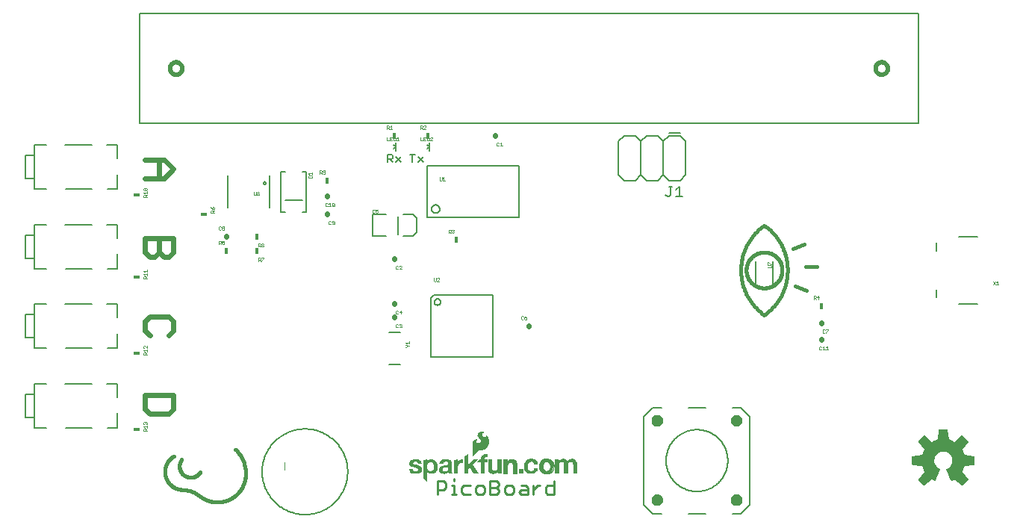
<source format=gbr>
G04 EAGLE Gerber RS-274X export*
G75*
%MOMM*%
%FSLAX34Y34*%
%LPD*%
%INSilkscreen Top*%
%IPPOS*%
%AMOC8*
5,1,8,0,0,1.08239X$1,22.5*%
G01*
%ADD10C,0.406400*%
%ADD11C,0.279400*%
%ADD12C,0.584200*%
%ADD13C,0.152400*%
%ADD14C,0.025400*%
%ADD15R,0.495300X0.485100*%
%ADD16C,0.203200*%
%ADD17C,0.558800*%
%ADD18C,0.127000*%
%ADD19R,0.457200X0.762000*%
%ADD20C,0.700000*%
%ADD21C,0.101600*%
%ADD22R,0.762000X0.457200*%
%ADD23C,0.500000*%

G36*
X1050333Y60586D02*
X1050333Y60586D01*
X1050441Y60596D01*
X1050454Y60602D01*
X1050468Y60604D01*
X1050565Y60652D01*
X1050664Y60697D01*
X1050677Y60708D01*
X1050686Y60712D01*
X1050701Y60728D01*
X1050778Y60790D01*
X1056810Y66822D01*
X1056860Y66893D01*
X1056865Y66898D01*
X1056867Y66901D01*
X1056873Y66910D01*
X1056939Y66996D01*
X1056944Y67009D01*
X1056952Y67021D01*
X1056983Y67124D01*
X1057019Y67227D01*
X1057019Y67241D01*
X1057023Y67254D01*
X1057019Y67362D01*
X1057020Y67471D01*
X1057015Y67484D01*
X1057015Y67498D01*
X1056977Y67600D01*
X1056942Y67702D01*
X1056933Y67717D01*
X1056929Y67726D01*
X1056915Y67743D01*
X1056861Y67825D01*
X1050007Y76231D01*
X1051045Y78117D01*
X1051053Y78139D01*
X1051081Y78191D01*
X1052098Y80647D01*
X1052104Y80670D01*
X1052126Y80725D01*
X1052725Y82793D01*
X1063515Y83890D01*
X1063619Y83918D01*
X1063725Y83943D01*
X1063737Y83950D01*
X1063750Y83953D01*
X1063840Y84014D01*
X1063933Y84071D01*
X1063941Y84082D01*
X1063953Y84090D01*
X1064019Y84176D01*
X1064088Y84260D01*
X1064092Y84273D01*
X1064101Y84284D01*
X1064135Y84387D01*
X1064174Y84488D01*
X1064175Y84506D01*
X1064179Y84515D01*
X1064179Y84537D01*
X1064188Y84635D01*
X1064188Y93165D01*
X1064171Y93272D01*
X1064157Y93380D01*
X1064151Y93392D01*
X1064149Y93406D01*
X1064097Y93502D01*
X1064050Y93599D01*
X1064040Y93609D01*
X1064034Y93621D01*
X1063954Y93695D01*
X1063878Y93772D01*
X1063866Y93778D01*
X1063856Y93788D01*
X1063757Y93833D01*
X1063660Y93881D01*
X1063642Y93885D01*
X1063633Y93889D01*
X1063612Y93891D01*
X1063515Y93910D01*
X1052725Y95007D01*
X1052126Y97075D01*
X1052115Y97096D01*
X1052098Y97153D01*
X1051305Y99069D01*
X1051081Y99609D01*
X1051068Y99629D01*
X1051045Y99683D01*
X1050007Y101569D01*
X1056861Y109975D01*
X1056915Y110069D01*
X1056972Y110161D01*
X1056975Y110174D01*
X1056982Y110186D01*
X1057003Y110293D01*
X1057028Y110398D01*
X1057026Y110412D01*
X1057029Y110426D01*
X1057014Y110533D01*
X1057004Y110641D01*
X1056998Y110654D01*
X1056996Y110668D01*
X1056948Y110765D01*
X1056903Y110864D01*
X1056892Y110877D01*
X1056888Y110886D01*
X1056872Y110901D01*
X1056810Y110978D01*
X1050778Y117010D01*
X1050690Y117073D01*
X1050604Y117139D01*
X1050591Y117144D01*
X1050579Y117152D01*
X1050476Y117183D01*
X1050373Y117219D01*
X1050359Y117219D01*
X1050346Y117223D01*
X1050238Y117219D01*
X1050129Y117220D01*
X1050116Y117215D01*
X1050102Y117215D01*
X1050000Y117177D01*
X1049898Y117142D01*
X1049883Y117133D01*
X1049874Y117129D01*
X1049857Y117115D01*
X1049775Y117061D01*
X1041369Y110207D01*
X1039483Y111245D01*
X1039461Y111253D01*
X1039409Y111281D01*
X1036953Y112298D01*
X1036930Y112304D01*
X1036875Y112326D01*
X1034807Y112925D01*
X1033710Y123715D01*
X1033682Y123819D01*
X1033657Y123925D01*
X1033650Y123937D01*
X1033647Y123950D01*
X1033586Y124040D01*
X1033529Y124133D01*
X1033518Y124141D01*
X1033510Y124153D01*
X1033424Y124219D01*
X1033340Y124288D01*
X1033327Y124292D01*
X1033316Y124301D01*
X1033213Y124335D01*
X1033112Y124374D01*
X1033094Y124375D01*
X1033085Y124379D01*
X1033063Y124379D01*
X1032965Y124388D01*
X1024435Y124388D01*
X1024328Y124371D01*
X1024220Y124357D01*
X1024208Y124351D01*
X1024194Y124349D01*
X1024098Y124297D01*
X1024001Y124250D01*
X1023991Y124240D01*
X1023979Y124234D01*
X1023905Y124154D01*
X1023828Y124078D01*
X1023822Y124066D01*
X1023812Y124056D01*
X1023767Y123957D01*
X1023719Y123860D01*
X1023715Y123842D01*
X1023711Y123833D01*
X1023709Y123812D01*
X1023690Y123715D01*
X1022593Y112925D01*
X1020525Y112326D01*
X1020504Y112315D01*
X1020447Y112298D01*
X1017991Y111281D01*
X1017971Y111268D01*
X1017917Y111245D01*
X1016031Y110207D01*
X1007625Y117061D01*
X1007531Y117115D01*
X1007439Y117172D01*
X1007426Y117175D01*
X1007414Y117182D01*
X1007307Y117203D01*
X1007202Y117228D01*
X1007188Y117226D01*
X1007174Y117229D01*
X1007067Y117214D01*
X1006959Y117204D01*
X1006946Y117198D01*
X1006933Y117196D01*
X1006835Y117148D01*
X1006736Y117103D01*
X1006723Y117092D01*
X1006714Y117088D01*
X1006699Y117072D01*
X1006622Y117010D01*
X1000590Y110978D01*
X1000527Y110890D01*
X1000461Y110804D01*
X1000456Y110791D01*
X1000448Y110779D01*
X1000417Y110676D01*
X1000381Y110573D01*
X1000381Y110559D01*
X1000377Y110546D01*
X1000381Y110438D01*
X1000380Y110329D01*
X1000385Y110316D01*
X1000385Y110302D01*
X1000423Y110200D01*
X1000458Y110098D01*
X1000467Y110083D01*
X1000471Y110074D01*
X1000485Y110057D01*
X1000539Y109975D01*
X1007393Y101569D01*
X1006355Y99683D01*
X1006347Y99661D01*
X1006319Y99609D01*
X1005302Y97153D01*
X1005296Y97130D01*
X1005274Y97075D01*
X1004675Y95007D01*
X993885Y93910D01*
X993781Y93882D01*
X993675Y93857D01*
X993663Y93850D01*
X993650Y93847D01*
X993560Y93786D01*
X993467Y93729D01*
X993459Y93718D01*
X993447Y93710D01*
X993381Y93624D01*
X993313Y93540D01*
X993308Y93527D01*
X993299Y93516D01*
X993265Y93413D01*
X993226Y93312D01*
X993225Y93294D01*
X993221Y93285D01*
X993222Y93263D01*
X993212Y93165D01*
X993212Y84635D01*
X993229Y84528D01*
X993243Y84420D01*
X993249Y84408D01*
X993251Y84394D01*
X993303Y84298D01*
X993350Y84201D01*
X993360Y84191D01*
X993366Y84179D01*
X993446Y84105D01*
X993522Y84028D01*
X993534Y84022D01*
X993545Y84012D01*
X993643Y83967D01*
X993740Y83919D01*
X993758Y83915D01*
X993767Y83911D01*
X993788Y83909D01*
X993885Y83890D01*
X1004675Y82793D01*
X1005274Y80725D01*
X1005285Y80704D01*
X1005302Y80647D01*
X1005357Y80514D01*
X1006288Y78267D01*
X1006288Y78266D01*
X1006319Y78191D01*
X1006332Y78171D01*
X1006355Y78117D01*
X1007393Y76231D01*
X1000539Y67825D01*
X1000485Y67731D01*
X1000428Y67639D01*
X1000425Y67626D01*
X1000418Y67614D01*
X1000397Y67507D01*
X1000372Y67402D01*
X1000374Y67388D01*
X1000371Y67374D01*
X1000386Y67267D01*
X1000396Y67159D01*
X1000402Y67146D01*
X1000404Y67133D01*
X1000452Y67035D01*
X1000497Y66936D01*
X1000508Y66923D01*
X1000512Y66914D01*
X1000528Y66899D01*
X1000590Y66822D01*
X1006622Y60790D01*
X1006710Y60727D01*
X1006796Y60661D01*
X1006809Y60656D01*
X1006821Y60648D01*
X1006924Y60617D01*
X1007027Y60581D01*
X1007041Y60581D01*
X1007054Y60577D01*
X1007162Y60581D01*
X1007271Y60580D01*
X1007284Y60585D01*
X1007298Y60585D01*
X1007400Y60623D01*
X1007502Y60658D01*
X1007517Y60667D01*
X1007526Y60671D01*
X1007543Y60685D01*
X1007625Y60739D01*
X1016025Y67588D01*
X1017312Y66856D01*
X1017331Y66849D01*
X1017367Y66828D01*
X1019176Y65989D01*
X1019214Y65979D01*
X1019250Y65960D01*
X1019331Y65946D01*
X1019411Y65924D01*
X1019451Y65926D01*
X1019490Y65920D01*
X1019572Y65933D01*
X1019655Y65938D01*
X1019692Y65953D01*
X1019731Y65959D01*
X1019804Y65998D01*
X1019881Y66029D01*
X1019911Y66055D01*
X1019947Y66074D01*
X1020003Y66134D01*
X1020066Y66188D01*
X1020086Y66223D01*
X1020114Y66252D01*
X1020183Y66382D01*
X1025206Y78508D01*
X1025232Y78620D01*
X1025261Y78732D01*
X1025260Y78739D01*
X1025262Y78746D01*
X1025250Y78860D01*
X1025241Y78975D01*
X1025239Y78981D01*
X1025238Y78989D01*
X1025190Y79093D01*
X1025145Y79199D01*
X1025140Y79204D01*
X1025137Y79211D01*
X1025059Y79295D01*
X1024982Y79380D01*
X1024974Y79385D01*
X1024970Y79389D01*
X1024957Y79396D01*
X1024858Y79461D01*
X1023280Y80276D01*
X1021912Y81305D01*
X1020736Y82549D01*
X1019785Y83973D01*
X1019085Y85536D01*
X1018658Y87194D01*
X1018514Y88896D01*
X1018694Y90802D01*
X1019225Y92637D01*
X1020089Y94340D01*
X1021256Y95852D01*
X1022685Y97119D01*
X1024325Y98098D01*
X1026120Y98753D01*
X1028005Y99061D01*
X1029914Y99013D01*
X1031781Y98608D01*
X1033539Y97862D01*
X1035127Y96801D01*
X1036490Y95462D01*
X1037578Y93892D01*
X1038354Y92147D01*
X1038790Y90287D01*
X1038872Y88379D01*
X1038596Y86489D01*
X1037971Y84684D01*
X1037021Y83027D01*
X1035778Y81576D01*
X1034286Y80384D01*
X1032536Y79457D01*
X1032447Y79390D01*
X1032357Y79325D01*
X1032350Y79316D01*
X1032341Y79310D01*
X1032279Y79217D01*
X1032214Y79127D01*
X1032211Y79116D01*
X1032205Y79107D01*
X1032176Y79000D01*
X1032143Y78894D01*
X1032144Y78883D01*
X1032141Y78872D01*
X1032147Y78760D01*
X1032151Y78650D01*
X1032155Y78636D01*
X1032156Y78628D01*
X1032163Y78610D01*
X1032194Y78508D01*
X1032604Y77517D01*
X1033535Y75270D01*
X1033535Y75269D01*
X1034466Y73022D01*
X1034467Y73022D01*
X1035398Y70774D01*
X1036329Y68526D01*
X1037217Y66382D01*
X1037238Y66348D01*
X1037251Y66311D01*
X1037302Y66245D01*
X1037346Y66175D01*
X1037377Y66150D01*
X1037401Y66118D01*
X1037470Y66073D01*
X1037534Y66020D01*
X1037572Y66006D01*
X1037605Y65984D01*
X1037685Y65963D01*
X1037763Y65934D01*
X1037803Y65933D01*
X1037841Y65923D01*
X1037924Y65929D01*
X1038006Y65926D01*
X1038045Y65938D01*
X1038085Y65941D01*
X1038224Y65989D01*
X1040033Y66828D01*
X1040049Y66839D01*
X1040088Y66856D01*
X1041375Y67588D01*
X1049775Y60739D01*
X1049869Y60685D01*
X1049961Y60628D01*
X1049974Y60625D01*
X1049986Y60618D01*
X1050093Y60597D01*
X1050198Y60572D01*
X1050212Y60574D01*
X1050226Y60571D01*
X1050333Y60586D01*
G37*
G36*
X495030Y93500D02*
X495030Y93500D01*
X495034Y93498D01*
X495104Y93534D01*
X495114Y93539D01*
X495115Y93540D01*
X499987Y99022D01*
X500841Y99804D01*
X501831Y100393D01*
X502182Y100520D01*
X502550Y100585D01*
X504825Y100585D01*
X504830Y100587D01*
X504836Y100585D01*
X506200Y100709D01*
X506210Y100715D01*
X506222Y100713D01*
X507541Y101081D01*
X507549Y101089D01*
X507562Y101090D01*
X508792Y101690D01*
X508799Y101697D01*
X508810Y101700D01*
X509967Y102517D01*
X509972Y102525D01*
X509981Y102528D01*
X511012Y103500D01*
X511015Y103508D01*
X511021Y103510D01*
X511021Y103512D01*
X511024Y103513D01*
X511909Y104620D01*
X511911Y104630D01*
X511920Y104637D01*
X512867Y106318D01*
X512868Y106329D01*
X512876Y106339D01*
X513504Y108163D01*
X513503Y108174D01*
X513510Y108185D01*
X513798Y110092D01*
X513795Y110103D01*
X513800Y110115D01*
X513798Y110167D01*
X513790Y110419D01*
X513786Y110545D01*
X513786Y110546D01*
X513778Y110798D01*
X513770Y111051D01*
X513766Y111177D01*
X513758Y111429D01*
X513747Y111808D01*
X513739Y112043D01*
X513735Y112052D01*
X513737Y112064D01*
X513530Y113103D01*
X513525Y113111D01*
X513525Y113122D01*
X513167Y114119D01*
X513161Y114126D01*
X513160Y114137D01*
X512658Y115071D01*
X512649Y115078D01*
X512646Y115090D01*
X511739Y116227D01*
X511728Y116233D01*
X511721Y116246D01*
X510595Y117167D01*
X510552Y117179D01*
X510511Y117195D01*
X510506Y117193D01*
X510500Y117194D01*
X510462Y117173D01*
X510422Y117154D01*
X510419Y117148D01*
X510415Y117146D01*
X510407Y117117D01*
X510389Y117069D01*
X510389Y116189D01*
X510373Y116069D01*
X510329Y115966D01*
X510055Y115627D01*
X509694Y115378D01*
X509520Y115313D01*
X508982Y115255D01*
X508452Y115353D01*
X507964Y115602D01*
X507062Y116253D01*
X506650Y116607D01*
X506299Y117017D01*
X506016Y117475D01*
X505810Y117969D01*
X505751Y118269D01*
X505763Y118572D01*
X505920Y119091D01*
X506206Y119551D01*
X506601Y119921D01*
X507082Y120176D01*
X507572Y120315D01*
X508083Y120372D01*
X508686Y120372D01*
X508687Y120372D01*
X508709Y120381D01*
X508777Y120410D01*
X508812Y120502D01*
X508808Y120511D01*
X508774Y120587D01*
X508772Y120590D01*
X508771Y120591D01*
X508770Y120592D01*
X508749Y120612D01*
X508742Y120615D01*
X508738Y120623D01*
X508303Y120961D01*
X508288Y120965D01*
X508276Y120977D01*
X507772Y121198D01*
X507771Y121198D01*
X507415Y121350D01*
X507187Y121451D01*
X507177Y121452D01*
X507167Y121458D01*
X506289Y121678D01*
X506280Y121677D01*
X506270Y121681D01*
X505370Y121767D01*
X505360Y121763D01*
X505348Y121767D01*
X504480Y121701D01*
X504469Y121695D01*
X504456Y121696D01*
X503616Y121465D01*
X503606Y121457D01*
X503593Y121456D01*
X502813Y121068D01*
X502806Y121060D01*
X502795Y121057D01*
X502018Y120497D01*
X502014Y120490D01*
X502005Y120486D01*
X501309Y119828D01*
X501304Y119817D01*
X501293Y119809D01*
X500862Y119206D01*
X500859Y119191D01*
X500847Y119178D01*
X500580Y118486D01*
X500580Y118470D01*
X500572Y118455D01*
X500485Y117718D01*
X500490Y117703D01*
X500486Y117686D01*
X500585Y116951D01*
X500593Y116938D01*
X500593Y116921D01*
X500873Y116233D01*
X500882Y116224D01*
X500885Y116210D01*
X502072Y114452D01*
X502080Y114447D01*
X502084Y114436D01*
X503537Y112895D01*
X503907Y112460D01*
X504147Y111957D01*
X504249Y111409D01*
X504206Y110853D01*
X504020Y110328D01*
X503705Y109868D01*
X503280Y109503D01*
X502737Y109210D01*
X502151Y109012D01*
X501541Y108915D01*
X500830Y108950D01*
X500152Y109157D01*
X499546Y109522D01*
X499233Y109850D01*
X499027Y110254D01*
X498934Y110670D01*
X498934Y111098D01*
X499027Y111513D01*
X499099Y111651D01*
X499217Y111765D01*
X500041Y112364D01*
X500174Y112435D01*
X500312Y112463D01*
X500470Y112447D01*
X500513Y112461D01*
X500558Y112472D01*
X500560Y112476D01*
X500564Y112477D01*
X500584Y112518D01*
X500607Y112557D01*
X500606Y112561D01*
X500608Y112565D01*
X500593Y112608D01*
X500580Y112652D01*
X500577Y112654D01*
X500576Y112658D01*
X500538Y112677D01*
X500502Y112698D01*
X500019Y112774D01*
X500014Y112773D01*
X500009Y112775D01*
X499069Y112848D01*
X499060Y112845D01*
X499049Y112848D01*
X498109Y112775D01*
X498099Y112770D01*
X498087Y112771D01*
X497388Y112587D01*
X497378Y112579D01*
X497364Y112578D01*
X496716Y112257D01*
X496708Y112248D01*
X496694Y112244D01*
X496124Y111799D01*
X496118Y111788D01*
X496106Y111782D01*
X495636Y111232D01*
X495632Y111220D01*
X495621Y111211D01*
X495220Y110479D01*
X495219Y110466D01*
X495210Y110455D01*
X494970Y109656D01*
X494971Y109643D01*
X494965Y109630D01*
X494895Y108799D01*
X494897Y108793D01*
X494895Y108788D01*
X494895Y93624D01*
X494897Y93619D01*
X494895Y93615D01*
X494916Y93575D01*
X494933Y93533D01*
X494938Y93532D01*
X494940Y93527D01*
X494983Y93514D01*
X495025Y93498D01*
X495030Y93500D01*
G37*
G36*
X443617Y64823D02*
X443617Y64823D01*
X443620Y64822D01*
X443662Y64843D01*
X443704Y64863D01*
X443705Y64865D01*
X443707Y64866D01*
X443714Y64888D01*
X443737Y64948D01*
X443737Y76052D01*
X443738Y76050D01*
X444258Y75334D01*
X444269Y75327D01*
X444276Y75314D01*
X444936Y74724D01*
X444948Y74720D01*
X444958Y74709D01*
X445727Y74272D01*
X445740Y74270D01*
X445752Y74261D01*
X446596Y73997D01*
X446607Y73998D01*
X446618Y73992D01*
X447835Y73837D01*
X447844Y73839D01*
X447853Y73836D01*
X449080Y73853D01*
X449088Y73856D01*
X449098Y73854D01*
X450310Y74043D01*
X450319Y74048D01*
X450330Y74048D01*
X451249Y74342D01*
X451257Y74349D01*
X451269Y74351D01*
X452125Y74797D01*
X452131Y74805D01*
X452143Y74808D01*
X452911Y75393D01*
X452916Y75402D01*
X452927Y75407D01*
X453584Y76114D01*
X453588Y76124D01*
X453598Y76131D01*
X454370Y77316D01*
X454372Y77326D01*
X454380Y77335D01*
X454936Y78635D01*
X454936Y78646D01*
X454943Y78656D01*
X455266Y80032D01*
X455264Y80043D01*
X455269Y80054D01*
X455387Y82269D01*
X455383Y82280D01*
X455386Y82292D01*
X455103Y84492D01*
X455098Y84502D01*
X455098Y84514D01*
X454424Y86627D01*
X454416Y86637D01*
X454414Y86650D01*
X453835Y87691D01*
X453824Y87699D01*
X453819Y87713D01*
X453027Y88603D01*
X453018Y88608D01*
X453011Y88618D01*
X452187Y89271D01*
X452179Y89273D01*
X452173Y89280D01*
X451271Y89821D01*
X451261Y89823D01*
X451252Y89831D01*
X450228Y90231D01*
X450215Y90231D01*
X450203Y90238D01*
X449118Y90421D01*
X449107Y90419D01*
X449095Y90423D01*
X447114Y90398D01*
X447103Y90393D01*
X447090Y90396D01*
X446608Y90294D01*
X446599Y90287D01*
X446587Y90287D01*
X445266Y89754D01*
X445259Y89747D01*
X445249Y89746D01*
X444855Y89513D01*
X444848Y89504D01*
X444836Y89499D01*
X444493Y89198D01*
X444490Y89192D01*
X444483Y89189D01*
X443594Y88224D01*
X443594Y88223D01*
X443593Y88222D01*
X443459Y88073D01*
X443483Y89990D01*
X443477Y90005D01*
X443480Y90019D01*
X443460Y90048D01*
X443446Y90082D01*
X443432Y90087D01*
X443423Y90100D01*
X443382Y90107D01*
X443355Y90118D01*
X443345Y90114D01*
X443334Y90116D01*
X439448Y89380D01*
X439414Y89358D01*
X439378Y89341D01*
X439374Y89331D01*
X439366Y89325D01*
X439360Y89296D01*
X439345Y89256D01*
X439345Y68682D01*
X439347Y68676D01*
X439345Y68669D01*
X439374Y68612D01*
X439383Y68591D01*
X439385Y68590D01*
X439386Y68588D01*
X443526Y64854D01*
X443571Y64839D01*
X443615Y64822D01*
X443617Y64823D01*
G37*
G36*
X603125Y74170D02*
X603125Y74170D01*
X603127Y74169D01*
X603170Y74189D01*
X603214Y74207D01*
X603214Y74209D01*
X603216Y74210D01*
X603249Y74295D01*
X603249Y83816D01*
X603324Y84919D01*
X603473Y85558D01*
X603746Y86153D01*
X604131Y86681D01*
X604449Y86967D01*
X604822Y87177D01*
X605231Y87303D01*
X606134Y87395D01*
X607038Y87327D01*
X607486Y87199D01*
X607892Y86973D01*
X608052Y86827D01*
X608235Y86660D01*
X608496Y86276D01*
X608808Y85454D01*
X608915Y84574D01*
X608915Y74295D01*
X608916Y74293D01*
X608915Y74291D01*
X608935Y74248D01*
X608953Y74204D01*
X608955Y74204D01*
X608956Y74202D01*
X609041Y74169D01*
X613283Y74169D01*
X613285Y74170D01*
X613287Y74169D01*
X613330Y74189D01*
X613374Y74207D01*
X613374Y74209D01*
X613376Y74210D01*
X613409Y74295D01*
X613409Y85877D01*
X613406Y85886D01*
X613408Y85896D01*
X613239Y86992D01*
X613233Y87003D01*
X613233Y87017D01*
X612847Y88056D01*
X612838Y88065D01*
X612835Y88079D01*
X612247Y89018D01*
X612236Y89026D01*
X612231Y89039D01*
X611585Y89703D01*
X611573Y89708D01*
X611564Y89721D01*
X610790Y90228D01*
X610776Y90230D01*
X610765Y90241D01*
X609899Y90567D01*
X609888Y90567D01*
X609878Y90573D01*
X608618Y90822D01*
X608612Y90820D01*
X608604Y90824D01*
X607325Y90931D01*
X607315Y90928D01*
X607305Y90931D01*
X606411Y90870D01*
X606401Y90864D01*
X606387Y90866D01*
X605522Y90634D01*
X605512Y90627D01*
X605499Y90626D01*
X604694Y90232D01*
X604687Y90225D01*
X604675Y90222D01*
X603786Y89584D01*
X603782Y89576D01*
X603772Y89572D01*
X602984Y88813D01*
X602983Y88810D01*
X602980Y88809D01*
X602525Y88328D01*
X602483Y88286D01*
X602103Y88944D01*
X602093Y88951D01*
X602089Y88964D01*
X601507Y89633D01*
X601496Y89638D01*
X601489Y89650D01*
X600791Y90196D01*
X600779Y90199D01*
X600770Y90209D01*
X599980Y90612D01*
X599968Y90613D01*
X599957Y90622D01*
X599034Y90882D01*
X599022Y90881D01*
X599009Y90887D01*
X598052Y90956D01*
X598042Y90953D01*
X598031Y90956D01*
X596659Y90829D01*
X596652Y90825D01*
X596642Y90826D01*
X595550Y90572D01*
X595540Y90565D01*
X595527Y90564D01*
X594637Y90160D01*
X594627Y90148D01*
X594611Y90143D01*
X593849Y89531D01*
X593845Y89524D01*
X593837Y89521D01*
X593727Y89407D01*
X593605Y89280D01*
X593604Y89280D01*
X593482Y89154D01*
X593360Y89028D01*
X593238Y88902D01*
X593116Y88775D01*
X593115Y88775D01*
X593075Y88734D01*
X593073Y88727D01*
X593066Y88723D01*
X592764Y88327D01*
X592733Y88320D01*
X592733Y90373D01*
X592732Y90375D01*
X592733Y90377D01*
X592713Y90420D01*
X592695Y90464D01*
X592693Y90464D01*
X592692Y90466D01*
X592607Y90499D01*
X588620Y90499D01*
X588618Y90498D01*
X588616Y90499D01*
X588573Y90479D01*
X588529Y90461D01*
X588529Y90459D01*
X588527Y90458D01*
X588494Y90373D01*
X588494Y74320D01*
X588495Y74318D01*
X588494Y74316D01*
X588514Y74273D01*
X588532Y74229D01*
X588534Y74229D01*
X588535Y74227D01*
X588620Y74194D01*
X592938Y74194D01*
X592940Y74195D01*
X592942Y74194D01*
X592985Y74214D01*
X593029Y74232D01*
X593029Y74234D01*
X593031Y74235D01*
X593064Y74320D01*
X593064Y84125D01*
X593063Y84128D01*
X593064Y84131D01*
X593034Y84753D01*
X593166Y85344D01*
X593449Y85882D01*
X594269Y86826D01*
X594623Y87092D01*
X595027Y87270D01*
X595467Y87352D01*
X596315Y87402D01*
X596792Y87370D01*
X597243Y87234D01*
X597651Y87001D01*
X597998Y86683D01*
X598368Y86136D01*
X598599Y85517D01*
X598679Y84854D01*
X598679Y74295D01*
X598680Y74293D01*
X598679Y74291D01*
X598699Y74248D01*
X598717Y74204D01*
X598719Y74204D01*
X598720Y74202D01*
X598805Y74169D01*
X603123Y74169D01*
X603125Y74170D01*
G37*
G36*
X462804Y73805D02*
X462804Y73805D01*
X462815Y73802D01*
X464433Y74043D01*
X464442Y74049D01*
X464455Y74048D01*
X465490Y74401D01*
X465499Y74408D01*
X465511Y74410D01*
X466462Y74950D01*
X466470Y74959D01*
X466482Y74964D01*
X467309Y75667D01*
X467333Y75683D01*
X467342Y75684D01*
X467350Y75682D01*
X467357Y75676D01*
X467366Y75653D01*
X467593Y74624D01*
X467595Y74621D01*
X467594Y74618D01*
X467670Y74338D01*
X467681Y74324D01*
X467685Y74305D01*
X467706Y74269D01*
X467730Y74252D01*
X467757Y74223D01*
X467794Y74204D01*
X467824Y74202D01*
X467862Y74191D01*
X467898Y74194D01*
X471932Y74194D01*
X471955Y74203D01*
X471980Y74203D01*
X471998Y74222D01*
X472023Y74232D01*
X472032Y74255D01*
X472049Y74273D01*
X472050Y74302D01*
X472058Y74324D01*
X472050Y74342D01*
X472050Y74364D01*
X471976Y74563D01*
X471627Y75858D01*
X471525Y77195D01*
X471550Y81533D01*
X471549Y81536D01*
X471550Y81538D01*
X471530Y81581D01*
X471517Y81614D01*
X471525Y81636D01*
X471525Y86462D01*
X471522Y86469D01*
X471524Y86478D01*
X471433Y87213D01*
X471426Y87226D01*
X471426Y87243D01*
X471159Y87934D01*
X471148Y87944D01*
X471144Y87961D01*
X470717Y88566D01*
X470704Y88574D01*
X470696Y88589D01*
X470134Y89072D01*
X470121Y89076D01*
X470111Y89087D01*
X468808Y89781D01*
X468796Y89782D01*
X468785Y89790D01*
X467371Y90215D01*
X467361Y90214D01*
X467352Y90219D01*
X465613Y90449D01*
X465605Y90447D01*
X465597Y90450D01*
X463843Y90458D01*
X463836Y90455D01*
X463827Y90458D01*
X462087Y90244D01*
X462079Y90240D01*
X462069Y90241D01*
X460840Y89907D01*
X460832Y89900D01*
X460821Y89900D01*
X459663Y89371D01*
X459655Y89362D01*
X459642Y89359D01*
X458825Y88785D01*
X458818Y88774D01*
X458805Y88768D01*
X458122Y88038D01*
X458119Y88029D01*
X458117Y88029D01*
X458115Y88024D01*
X458106Y88017D01*
X457587Y87164D01*
X457585Y87151D01*
X457575Y87140D01*
X457241Y86199D01*
X457242Y86186D01*
X457235Y86173D01*
X457113Y85282D01*
X457110Y85280D01*
X457109Y85280D01*
X457090Y85231D01*
X457074Y85188D01*
X457076Y85183D01*
X457109Y85105D01*
X457134Y85079D01*
X457174Y85061D01*
X457212Y85040D01*
X457218Y85042D01*
X457225Y85040D01*
X457265Y85057D01*
X457295Y85066D01*
X461442Y85066D01*
X461444Y85067D01*
X461446Y85066D01*
X461489Y85086D01*
X461533Y85104D01*
X461533Y85106D01*
X461535Y85107D01*
X461568Y85192D01*
X461568Y85235D01*
X461631Y85766D01*
X461815Y86261D01*
X462110Y86699D01*
X462500Y87055D01*
X462964Y87310D01*
X463525Y87475D01*
X464112Y87529D01*
X465467Y87479D01*
X465836Y87418D01*
X466182Y87290D01*
X466496Y87097D01*
X466749Y86863D01*
X466948Y86584D01*
X467087Y86270D01*
X467198Y85749D01*
X467198Y85218D01*
X467087Y84697D01*
X467045Y84600D01*
X466985Y84513D01*
X466701Y84252D01*
X466273Y84006D01*
X465804Y83841D01*
X464498Y83615D01*
X462292Y83387D01*
X462288Y83384D01*
X462283Y83385D01*
X460746Y83107D01*
X460738Y83103D01*
X460729Y83103D01*
X459244Y82619D01*
X459236Y82612D01*
X459224Y82611D01*
X458528Y82245D01*
X458520Y82235D01*
X458507Y82231D01*
X457897Y81733D01*
X457891Y81722D01*
X457881Y81716D01*
X457880Y81716D01*
X457879Y81715D01*
X457381Y81106D01*
X457377Y81093D01*
X457366Y81082D01*
X456937Y80220D01*
X456936Y80205D01*
X456927Y80191D01*
X456721Y79250D01*
X456723Y79237D01*
X456718Y79223D01*
X456715Y78162D01*
X456720Y78152D01*
X456717Y78139D01*
X456906Y77095D01*
X456912Y77086D01*
X456912Y77073D01*
X457285Y76080D01*
X457293Y76071D01*
X457295Y76059D01*
X457587Y75576D01*
X457596Y75569D01*
X457601Y75557D01*
X457978Y75137D01*
X457989Y75132D01*
X457996Y75121D01*
X458444Y74779D01*
X458457Y74775D01*
X458467Y74765D01*
X459736Y74159D01*
X459749Y74159D01*
X459762Y74150D01*
X461134Y73842D01*
X461146Y73844D01*
X461159Y73839D01*
X462794Y73801D01*
X462804Y73805D01*
G37*
G36*
X490171Y74068D02*
X490171Y74068D01*
X490173Y74067D01*
X490216Y74087D01*
X490260Y74105D01*
X490260Y74107D01*
X490262Y74108D01*
X490295Y74193D01*
X490295Y79601D01*
X491950Y81208D01*
X496183Y74230D01*
X496198Y74219D01*
X496206Y74202D01*
X496240Y74189D01*
X496263Y74172D01*
X496276Y74174D01*
X496290Y74169D01*
X501370Y74144D01*
X501406Y74159D01*
X501444Y74167D01*
X501450Y74177D01*
X501461Y74182D01*
X501476Y74218D01*
X501496Y74251D01*
X501493Y74263D01*
X501497Y74273D01*
X501485Y74301D01*
X501476Y74340D01*
X494879Y84235D01*
X500570Y89801D01*
X500571Y89802D01*
X500573Y89803D01*
X500590Y89848D01*
X500608Y89892D01*
X500608Y89893D01*
X500608Y89895D01*
X500588Y89938D01*
X500569Y89982D01*
X500568Y89983D01*
X500567Y89984D01*
X500482Y90017D01*
X495808Y90017D01*
X495805Y90016D01*
X495802Y90017D01*
X495719Y89980D01*
X490244Y84506D01*
X490244Y95936D01*
X490231Y95968D01*
X490226Y96002D01*
X490212Y96012D01*
X490206Y96027D01*
X490174Y96039D01*
X490145Y96059D01*
X490128Y96057D01*
X490114Y96062D01*
X490089Y96051D01*
X490055Y96046D01*
X485915Y93684D01*
X485903Y93667D01*
X485885Y93659D01*
X485872Y93627D01*
X485856Y93605D01*
X485858Y93590D01*
X485852Y93574D01*
X485852Y74244D01*
X485853Y74241D01*
X485852Y74238D01*
X485889Y74155D01*
X485940Y74104D01*
X485943Y74103D01*
X485944Y74100D01*
X486029Y74067D01*
X490169Y74067D01*
X490171Y74068D01*
G37*
G36*
X519098Y73793D02*
X519098Y73793D01*
X519105Y73796D01*
X519114Y73795D01*
X520592Y74018D01*
X520600Y74023D01*
X520610Y74022D01*
X520872Y74103D01*
X520880Y74109D01*
X520892Y74111D01*
X521137Y74233D01*
X521144Y74240D01*
X521154Y74243D01*
X522084Y74902D01*
X522089Y74910D01*
X522098Y74913D01*
X522925Y75698D01*
X522928Y75706D01*
X522937Y75711D01*
X523444Y76352D01*
X523444Y74295D01*
X523445Y74293D01*
X523444Y74291D01*
X523464Y74248D01*
X523482Y74204D01*
X523484Y74204D01*
X523485Y74202D01*
X523570Y74169D01*
X527583Y74169D01*
X527585Y74170D01*
X527587Y74169D01*
X527630Y74189D01*
X527674Y74207D01*
X527674Y74209D01*
X527676Y74210D01*
X527709Y74295D01*
X527709Y89916D01*
X527708Y89918D01*
X527709Y89920D01*
X527689Y89963D01*
X527671Y90007D01*
X527669Y90007D01*
X527668Y90009D01*
X527583Y90042D01*
X523367Y90042D01*
X523365Y90041D01*
X523363Y90042D01*
X523320Y90022D01*
X523276Y90004D01*
X523276Y90002D01*
X523274Y90001D01*
X523241Y89916D01*
X523241Y81614D01*
X523165Y80384D01*
X522940Y79180D01*
X522731Y78630D01*
X522404Y78145D01*
X521973Y77748D01*
X521463Y77460D01*
X520772Y77248D01*
X520051Y77181D01*
X519332Y77261D01*
X518643Y77484D01*
X518248Y77709D01*
X517907Y78010D01*
X517635Y78372D01*
X517292Y79140D01*
X517143Y79970D01*
X517143Y89967D01*
X517142Y89969D01*
X517143Y89971D01*
X517123Y90014D01*
X517105Y90058D01*
X517103Y90058D01*
X517102Y90060D01*
X517017Y90093D01*
X512877Y90093D01*
X512875Y90092D01*
X512873Y90093D01*
X512830Y90073D01*
X512786Y90055D01*
X512786Y90053D01*
X512784Y90052D01*
X512751Y89967D01*
X512751Y79172D01*
X512753Y79167D01*
X512751Y79160D01*
X512852Y78061D01*
X512857Y78052D01*
X512857Y78051D01*
X512858Y78049D01*
X512856Y78038D01*
X513156Y76975D01*
X513163Y76966D01*
X513164Y76953D01*
X513652Y75963D01*
X513661Y75955D01*
X513665Y75943D01*
X514325Y75058D01*
X514335Y75051D01*
X514342Y75039D01*
X514596Y74811D01*
X514604Y74808D01*
X514605Y74806D01*
X514610Y74804D01*
X514616Y74796D01*
X515518Y74270D01*
X515530Y74269D01*
X515540Y74260D01*
X516526Y73917D01*
X516538Y73918D01*
X516550Y73911D01*
X517583Y73764D01*
X517593Y73767D01*
X517604Y73763D01*
X519098Y73793D01*
G37*
G36*
X534291Y74094D02*
X534291Y74094D01*
X534293Y74093D01*
X534336Y74113D01*
X534380Y74131D01*
X534380Y74133D01*
X534382Y74134D01*
X534415Y74219D01*
X534415Y83585D01*
X534496Y84368D01*
X534712Y85118D01*
X535075Y85797D01*
X535592Y86366D01*
X536049Y86680D01*
X536565Y86884D01*
X537121Y86971D01*
X538226Y87021D01*
X538542Y87004D01*
X538842Y86927D01*
X539277Y86710D01*
X539651Y86401D01*
X539947Y86014D01*
X540257Y85372D01*
X540448Y84684D01*
X540513Y83966D01*
X540513Y74320D01*
X540514Y74318D01*
X540513Y74316D01*
X540533Y74273D01*
X540551Y74229D01*
X540553Y74229D01*
X540554Y74227D01*
X540639Y74194D01*
X544728Y74194D01*
X544730Y74195D01*
X544732Y74194D01*
X544775Y74214D01*
X544819Y74232D01*
X544819Y74234D01*
X544821Y74235D01*
X544854Y74320D01*
X544854Y84861D01*
X544852Y84866D01*
X544854Y84871D01*
X544764Y86000D01*
X544760Y86008D01*
X544761Y86017D01*
X544521Y87124D01*
X544516Y87132D01*
X544516Y87142D01*
X544247Y87847D01*
X544239Y87855D01*
X544237Y87867D01*
X543853Y88516D01*
X543844Y88522D01*
X543840Y88534D01*
X543351Y89109D01*
X543340Y89114D01*
X543333Y89126D01*
X542548Y89744D01*
X542535Y89747D01*
X542524Y89759D01*
X541619Y90181D01*
X541605Y90182D01*
X541591Y90190D01*
X540614Y90396D01*
X540603Y90393D01*
X540591Y90398D01*
X538585Y90448D01*
X538575Y90444D01*
X538564Y90447D01*
X537512Y90292D01*
X537501Y90285D01*
X537487Y90285D01*
X536490Y89916D01*
X536480Y89907D01*
X536466Y89904D01*
X535568Y89337D01*
X535561Y89328D01*
X535550Y89324D01*
X535089Y88908D01*
X535086Y88900D01*
X535078Y88896D01*
X534676Y88423D01*
X534674Y88418D01*
X534670Y88416D01*
X534393Y88038D01*
X534279Y87902D01*
X534237Y87873D01*
X534237Y89941D01*
X534236Y89943D01*
X534237Y89945D01*
X534217Y89988D01*
X534199Y90032D01*
X534197Y90032D01*
X534196Y90034D01*
X534111Y90067D01*
X530073Y90067D01*
X530071Y90066D01*
X530069Y90067D01*
X530026Y90047D01*
X529982Y90029D01*
X529982Y90027D01*
X529980Y90026D01*
X529947Y89941D01*
X529947Y74219D01*
X529948Y74217D01*
X529947Y74215D01*
X529967Y74172D01*
X529985Y74128D01*
X529987Y74128D01*
X529988Y74126D01*
X530073Y74093D01*
X534289Y74093D01*
X534291Y74094D01*
G37*
G36*
X580886Y74271D02*
X580886Y74271D01*
X580898Y74278D01*
X580914Y74278D01*
X582768Y74913D01*
X582781Y74924D01*
X582800Y74929D01*
X583917Y75716D01*
X583922Y75724D01*
X583931Y75728D01*
X585125Y76871D01*
X585131Y76885D01*
X585145Y76895D01*
X585958Y78190D01*
X585961Y78207D01*
X585973Y78223D01*
X586659Y80687D01*
X586657Y80697D01*
X586662Y80706D01*
X586916Y82814D01*
X586912Y82829D01*
X586916Y82845D01*
X586636Y85030D01*
X586627Y85045D01*
X586626Y85065D01*
X585585Y87402D01*
X585572Y87414D01*
X585566Y87433D01*
X584474Y88703D01*
X584460Y88710D01*
X584450Y88725D01*
X582469Y90096D01*
X582453Y90099D01*
X582438Y90111D01*
X580812Y90670D01*
X580799Y90670D01*
X580787Y90676D01*
X578780Y90930D01*
X578771Y90928D01*
X578762Y90931D01*
X578725Y90915D01*
X578685Y90904D01*
X578681Y90895D01*
X578672Y90891D01*
X578652Y90842D01*
X578638Y90817D01*
X578640Y90812D01*
X578638Y90807D01*
X578588Y87835D01*
X578589Y87832D01*
X578588Y87829D01*
X578607Y87787D01*
X578625Y87744D01*
X578628Y87743D01*
X578629Y87740D01*
X578714Y87707D01*
X578810Y87707D01*
X579997Y87608D01*
X580950Y87095D01*
X581784Y86286D01*
X582528Y84674D01*
X582779Y82745D01*
X582779Y81320D01*
X582404Y79772D01*
X581861Y78562D01*
X580782Y77581D01*
X579031Y76989D01*
X577283Y77211D01*
X575635Y78219D01*
X575097Y79246D01*
X574723Y80395D01*
X574548Y81643D01*
X574598Y83502D01*
X574872Y84976D01*
X575268Y85865D01*
X576056Y86949D01*
X577204Y87584D01*
X578299Y87734D01*
X578336Y87756D01*
X578375Y87774D01*
X578378Y87781D01*
X578384Y87784D01*
X578391Y87814D01*
X578408Y87859D01*
X578408Y90780D01*
X578397Y90807D01*
X578395Y90836D01*
X578378Y90852D01*
X578370Y90871D01*
X578348Y90879D01*
X578328Y90897D01*
X578201Y90947D01*
X578179Y90947D01*
X578155Y90956D01*
X578104Y90956D01*
X578097Y90953D01*
X578089Y90955D01*
X576616Y90778D01*
X576598Y90768D01*
X576575Y90766D01*
X573197Y89089D01*
X573180Y89070D01*
X573154Y89054D01*
X571020Y86336D01*
X571013Y86312D01*
X570996Y86286D01*
X570183Y82730D01*
X570187Y82708D01*
X570181Y82682D01*
X570791Y78796D01*
X570804Y78776D01*
X570810Y78748D01*
X572410Y76259D01*
X572431Y76244D01*
X572449Y76220D01*
X575294Y74442D01*
X575318Y74438D01*
X575344Y74424D01*
X578341Y74018D01*
X578355Y74022D01*
X578371Y74017D01*
X580886Y74271D01*
G37*
G36*
X431709Y73860D02*
X431709Y73860D01*
X431715Y73862D01*
X431722Y73861D01*
X433036Y74043D01*
X433044Y74047D01*
X433053Y74047D01*
X434053Y74329D01*
X434062Y74336D01*
X434074Y74337D01*
X435009Y74788D01*
X435016Y74796D01*
X435028Y74799D01*
X435872Y75405D01*
X435877Y75415D01*
X435888Y75420D01*
X436614Y76163D01*
X436618Y76173D01*
X436629Y76181D01*
X437008Y76745D01*
X437010Y76756D01*
X437019Y76766D01*
X437285Y77391D01*
X437285Y77403D01*
X437293Y77414D01*
X437435Y78078D01*
X437434Y78087D01*
X437438Y78096D01*
X437514Y79137D01*
X437511Y79146D01*
X437514Y79157D01*
X437420Y80212D01*
X437413Y80225D01*
X437413Y80241D01*
X437076Y81244D01*
X437067Y81255D01*
X437064Y81270D01*
X436812Y81682D01*
X436802Y81689D01*
X436796Y81703D01*
X436464Y82053D01*
X436453Y82057D01*
X436447Y82068D01*
X435755Y82576D01*
X435747Y82578D01*
X435740Y82586D01*
X434984Y82991D01*
X434975Y82992D01*
X434968Y82998D01*
X433312Y83608D01*
X433304Y83608D01*
X433296Y83613D01*
X431573Y83994D01*
X431572Y83994D01*
X431571Y83995D01*
X429548Y84399D01*
X428796Y84671D01*
X428121Y85087D01*
X427838Y85380D01*
X427654Y85741D01*
X427589Y86110D01*
X427637Y86482D01*
X427792Y86824D01*
X428025Y87092D01*
X428326Y87287D01*
X428750Y87444D01*
X429199Y87529D01*
X430048Y87573D01*
X430895Y87529D01*
X431391Y87431D01*
X431858Y87242D01*
X432281Y86971D01*
X432556Y86707D01*
X432774Y86394D01*
X432924Y86042D01*
X432979Y85799D01*
X432995Y85539D01*
X433016Y85497D01*
X433036Y85454D01*
X433038Y85453D01*
X433039Y85451D01*
X433058Y85445D01*
X433121Y85421D01*
X437007Y85421D01*
X437016Y85424D01*
X437024Y85422D01*
X437060Y85443D01*
X437098Y85459D01*
X437101Y85468D01*
X437109Y85473D01*
X437123Y85524D01*
X437133Y85551D01*
X437131Y85555D01*
X437132Y85558D01*
X437132Y85559D01*
X437133Y85560D01*
X437057Y86271D01*
X437051Y86281D01*
X437053Y86292D01*
X437048Y86298D01*
X437048Y86305D01*
X437056Y86318D01*
X437050Y86342D01*
X437053Y86351D01*
X437049Y86359D01*
X437050Y86378D01*
X436847Y86936D01*
X436843Y86940D01*
X436843Y86945D01*
X436487Y87733D01*
X436480Y87739D01*
X436478Y87750D01*
X436192Y88192D01*
X436184Y88197D01*
X436180Y88207D01*
X435832Y88603D01*
X435822Y88607D01*
X435815Y88618D01*
X434856Y89375D01*
X434843Y89379D01*
X434833Y89389D01*
X433736Y89927D01*
X433724Y89928D01*
X433713Y89936D01*
X432362Y90304D01*
X432352Y90303D01*
X432342Y90308D01*
X430949Y90448D01*
X430943Y90446D01*
X430936Y90448D01*
X429133Y90448D01*
X429127Y90446D01*
X429119Y90448D01*
X427690Y90293D01*
X427680Y90287D01*
X427667Y90288D01*
X426289Y89877D01*
X426280Y89870D01*
X426268Y89869D01*
X424987Y89215D01*
X424979Y89206D01*
X424967Y89203D01*
X424491Y88834D01*
X424485Y88823D01*
X424473Y88817D01*
X424079Y88362D01*
X424075Y88351D01*
X424064Y88342D01*
X423765Y87820D01*
X423764Y87807D01*
X423755Y87797D01*
X423397Y86713D01*
X423398Y86701D01*
X423392Y86688D01*
X423263Y85554D01*
X423266Y85542D01*
X423263Y85528D01*
X423368Y84392D01*
X423374Y84381D01*
X423373Y84367D01*
X423525Y83878D01*
X423533Y83868D01*
X423535Y83854D01*
X423784Y83407D01*
X423795Y83399D01*
X423799Y83385D01*
X424136Y83000D01*
X424146Y82995D01*
X424152Y82984D01*
X424829Y82447D01*
X424838Y82444D01*
X424845Y82436D01*
X425596Y82009D01*
X425605Y82008D01*
X425613Y82001D01*
X426421Y81695D01*
X426429Y81695D01*
X426437Y81690D01*
X430068Y80827D01*
X431242Y80521D01*
X432349Y80051D01*
X432685Y79820D01*
X432951Y79516D01*
X433131Y79154D01*
X433216Y78759D01*
X433199Y78355D01*
X433082Y77970D01*
X432874Y77625D01*
X432586Y77341D01*
X432073Y77029D01*
X431506Y76832D01*
X430903Y76758D01*
X429573Y76758D01*
X429011Y76831D01*
X428424Y77048D01*
X427897Y77385D01*
X427455Y77828D01*
X427200Y78242D01*
X427053Y78704D01*
X427024Y79201D01*
X427024Y79248D01*
X427023Y79250D01*
X427024Y79252D01*
X427004Y79295D01*
X426986Y79339D01*
X426984Y79339D01*
X426983Y79341D01*
X426898Y79374D01*
X423037Y79374D01*
X423031Y79372D01*
X423024Y79374D01*
X423012Y79367D01*
X422998Y79368D01*
X422996Y79367D01*
X422995Y79367D01*
X422973Y79347D01*
X422946Y79336D01*
X422944Y79329D01*
X422938Y79326D01*
X422933Y79312D01*
X422923Y79303D01*
X422923Y79302D01*
X422922Y79300D01*
X422921Y79273D01*
X422919Y79266D01*
X422911Y79244D01*
X422912Y79242D01*
X422911Y79239D01*
X422936Y78883D01*
X422939Y78877D01*
X422938Y78870D01*
X423040Y78286D01*
X423045Y78278D01*
X423044Y78267D01*
X423476Y76997D01*
X423483Y76990D01*
X423484Y76980D01*
X423793Y76384D01*
X423803Y76377D01*
X423807Y76364D01*
X424227Y75840D01*
X424238Y75835D01*
X424244Y75823D01*
X424759Y75392D01*
X424767Y75390D01*
X424772Y75383D01*
X425966Y74621D01*
X425974Y74619D01*
X425981Y74612D01*
X426838Y74215D01*
X426851Y74214D01*
X426863Y74206D01*
X427784Y73994D01*
X427793Y73996D01*
X427803Y73991D01*
X430369Y73813D01*
X430376Y73815D01*
X430382Y73813D01*
X431709Y73860D01*
G37*
G36*
X561773Y73816D02*
X561773Y73816D01*
X561782Y73813D01*
X562965Y73909D01*
X562974Y73913D01*
X562985Y73912D01*
X564138Y74194D01*
X564146Y74200D01*
X564157Y74200D01*
X565250Y74662D01*
X565258Y74670D01*
X565270Y74673D01*
X566518Y75493D01*
X566525Y75504D01*
X566538Y75510D01*
X567591Y76568D01*
X567595Y76580D01*
X567607Y76588D01*
X568422Y77839D01*
X568424Y77852D01*
X568434Y77862D01*
X568976Y79253D01*
X568975Y79264D01*
X568982Y79274D01*
X569077Y79739D01*
X569075Y79748D01*
X569079Y79756D01*
X569111Y80231D01*
X569110Y80235D01*
X569111Y80239D01*
X569111Y80289D01*
X569110Y80291D01*
X569111Y80293D01*
X569091Y80336D01*
X569073Y80380D01*
X569071Y80380D01*
X569070Y80382D01*
X568985Y80415D01*
X564921Y80415D01*
X564882Y80399D01*
X564842Y80387D01*
X564837Y80380D01*
X564830Y80377D01*
X564819Y80348D01*
X564796Y80308D01*
X564692Y79632D01*
X564477Y78995D01*
X564156Y78405D01*
X563798Y77973D01*
X563355Y77628D01*
X562825Y77360D01*
X562256Y77187D01*
X561666Y77114D01*
X560865Y77155D01*
X560086Y77336D01*
X559378Y77666D01*
X558770Y78155D01*
X558295Y78774D01*
X557980Y79491D01*
X557634Y81015D01*
X557505Y82575D01*
X557598Y83716D01*
X557903Y84819D01*
X558408Y85844D01*
X559095Y86755D01*
X559442Y87045D01*
X559856Y87231D01*
X560677Y87412D01*
X561517Y87478D01*
X562349Y87395D01*
X563141Y87134D01*
X563634Y86836D01*
X564047Y86435D01*
X564358Y85950D01*
X564551Y85408D01*
X564618Y84829D01*
X564618Y84811D01*
X564619Y84809D01*
X564618Y84807D01*
X564638Y84764D01*
X564656Y84720D01*
X564658Y84720D01*
X564659Y84718D01*
X564744Y84685D01*
X568935Y84685D01*
X568949Y84691D01*
X568963Y84688D01*
X568992Y84709D01*
X569026Y84723D01*
X569031Y84737D01*
X569043Y84746D01*
X569050Y84787D01*
X569061Y84815D01*
X569057Y84824D01*
X569059Y84835D01*
X568822Y86043D01*
X568817Y86051D01*
X568817Y86062D01*
X568393Y87217D01*
X568384Y87225D01*
X568382Y87238D01*
X567742Y88305D01*
X567731Y88312D01*
X567725Y88326D01*
X566870Y89229D01*
X566857Y89235D01*
X566849Y89247D01*
X565818Y89944D01*
X565805Y89947D01*
X565794Y89957D01*
X564637Y90414D01*
X564628Y90414D01*
X564619Y90420D01*
X563208Y90739D01*
X563202Y90738D01*
X563197Y90741D01*
X561763Y90930D01*
X561754Y90928D01*
X561744Y90931D01*
X560202Y90908D01*
X560191Y90903D01*
X560177Y90905D01*
X558671Y90572D01*
X558661Y90565D01*
X558647Y90565D01*
X557256Y89953D01*
X557248Y89945D01*
X557235Y89941D01*
X555986Y89076D01*
X555979Y89066D01*
X555967Y89060D01*
X555958Y89051D01*
X555835Y88924D01*
X555712Y88798D01*
X555465Y88546D01*
X555342Y88419D01*
X555219Y88293D01*
X555096Y88167D01*
X554906Y87972D01*
X554902Y87961D01*
X554891Y87954D01*
X554057Y86683D01*
X554055Y86672D01*
X554046Y86662D01*
X553469Y85256D01*
X553469Y85244D01*
X553462Y85233D01*
X553164Y83743D01*
X553166Y83733D01*
X553162Y83722D01*
X553086Y81233D01*
X553089Y81224D01*
X553087Y81214D01*
X553232Y79998D01*
X553237Y79990D01*
X553236Y79979D01*
X553570Y78801D01*
X553576Y78793D01*
X553577Y78783D01*
X554091Y77672D01*
X554099Y77665D01*
X554101Y77654D01*
X554783Y76638D01*
X554792Y76632D01*
X554796Y76622D01*
X555567Y75799D01*
X555576Y75795D01*
X555582Y75785D01*
X556478Y75101D01*
X556488Y75098D01*
X556496Y75089D01*
X557493Y74563D01*
X557503Y74562D01*
X557512Y74555D01*
X558582Y74200D01*
X558591Y74201D01*
X558600Y74196D01*
X560164Y73914D01*
X560171Y73915D01*
X560178Y73912D01*
X561764Y73813D01*
X561773Y73816D01*
G37*
G36*
X508408Y74094D02*
X508408Y74094D01*
X508410Y74093D01*
X508453Y74113D01*
X508497Y74131D01*
X508497Y74133D01*
X508499Y74134D01*
X508532Y74219D01*
X508532Y87123D01*
X511404Y87123D01*
X511406Y87124D01*
X511408Y87123D01*
X511451Y87143D01*
X511495Y87161D01*
X511495Y87163D01*
X511497Y87164D01*
X511530Y87249D01*
X511530Y89916D01*
X511529Y89918D01*
X511530Y89920D01*
X511510Y89963D01*
X511492Y90007D01*
X511490Y90007D01*
X511489Y90009D01*
X511404Y90042D01*
X508558Y90042D01*
X508558Y91304D01*
X508621Y91766D01*
X508796Y92189D01*
X508978Y92421D01*
X509218Y92591D01*
X509500Y92688D01*
X510400Y92771D01*
X511315Y92686D01*
X511595Y92660D01*
X511601Y92662D01*
X511607Y92660D01*
X511683Y92660D01*
X511685Y92661D01*
X511687Y92660D01*
X511730Y92680D01*
X511774Y92698D01*
X511774Y92700D01*
X511776Y92701D01*
X511809Y92786D01*
X511809Y95809D01*
X511809Y95810D01*
X511809Y95812D01*
X511809Y95813D01*
X511789Y95856D01*
X511771Y95900D01*
X511769Y95900D01*
X511768Y95902D01*
X511683Y95935D01*
X511661Y95935D01*
X510344Y96011D01*
X510341Y96010D01*
X510337Y96011D01*
X508787Y96011D01*
X508777Y96007D01*
X508766Y96009D01*
X507753Y95835D01*
X507743Y95828D01*
X507729Y95828D01*
X506771Y95459D01*
X506762Y95451D01*
X506749Y95448D01*
X505881Y94898D01*
X505875Y94888D01*
X505868Y94886D01*
X505868Y94885D01*
X505862Y94883D01*
X505119Y94173D01*
X505114Y94163D01*
X505103Y94155D01*
X504763Y93678D01*
X504761Y93667D01*
X504752Y93658D01*
X504503Y93127D01*
X504503Y93116D01*
X504495Y93106D01*
X504347Y92539D01*
X504348Y92528D01*
X504343Y92517D01*
X504166Y90383D01*
X504168Y90379D01*
X504166Y90375D01*
X504166Y90373D01*
X504166Y90042D01*
X502920Y90042D01*
X502917Y90041D01*
X502914Y90042D01*
X502831Y90005D01*
X500164Y87338D01*
X500163Y87338D01*
X500163Y87337D01*
X500145Y87292D01*
X500127Y87247D01*
X500127Y87246D01*
X500147Y87201D01*
X500167Y87157D01*
X500168Y87156D01*
X500252Y87123D01*
X504115Y87099D01*
X504115Y74219D01*
X504116Y74217D01*
X504115Y74215D01*
X504135Y74172D01*
X504153Y74128D01*
X504155Y74128D01*
X504156Y74126D01*
X504241Y74093D01*
X508406Y74093D01*
X508408Y74094D01*
G37*
G36*
X478284Y74195D02*
X478284Y74195D01*
X478286Y74194D01*
X478329Y74214D01*
X478373Y74232D01*
X478373Y74234D01*
X478375Y74235D01*
X478408Y74320D01*
X478408Y82139D01*
X478481Y82985D01*
X478681Y83804D01*
X479042Y84597D01*
X479567Y85289D01*
X480234Y85849D01*
X480713Y86113D01*
X481231Y86294D01*
X481773Y86386D01*
X483298Y86386D01*
X483895Y86261D01*
X483898Y86262D01*
X483901Y86260D01*
X484053Y86235D01*
X484062Y86238D01*
X484073Y86234D01*
X484099Y86234D01*
X484101Y86235D01*
X484103Y86234D01*
X484146Y86254D01*
X484190Y86272D01*
X484190Y86274D01*
X484192Y86275D01*
X484225Y86360D01*
X484225Y90221D01*
X484207Y90265D01*
X484189Y90310D01*
X484187Y90310D01*
X484187Y90312D01*
X484170Y90318D01*
X484106Y90347D01*
X482734Y90423D01*
X482724Y90419D01*
X482712Y90422D01*
X482011Y90338D01*
X482001Y90332D01*
X481987Y90333D01*
X481317Y90110D01*
X481308Y90101D01*
X481294Y90099D01*
X480683Y89746D01*
X480681Y89743D01*
X480677Y89742D01*
X479788Y89157D01*
X479785Y89154D01*
X479780Y89152D01*
X479386Y88850D01*
X479379Y88838D01*
X479365Y88830D01*
X479049Y88447D01*
X479047Y88441D01*
X479041Y88436D01*
X478355Y87394D01*
X478176Y87126D01*
X478129Y87111D01*
X478129Y89891D01*
X478124Y89904D01*
X478127Y89917D01*
X478105Y89947D01*
X478091Y89982D01*
X478078Y89987D01*
X478070Y89998D01*
X478027Y90006D01*
X477999Y90017D01*
X477991Y90013D01*
X477981Y90015D01*
X474120Y89329D01*
X474086Y89307D01*
X474049Y89290D01*
X474045Y89281D01*
X474037Y89276D01*
X474032Y89246D01*
X474016Y89205D01*
X473990Y74320D01*
X473991Y74318D01*
X473990Y74316D01*
X474010Y74273D01*
X474028Y74229D01*
X474030Y74229D01*
X474031Y74227D01*
X474116Y74194D01*
X478282Y74194D01*
X478284Y74195D01*
G37*
%LPC*%
G36*
X446775Y77088D02*
X446775Y77088D01*
X446053Y77240D01*
X445375Y77530D01*
X444866Y77893D01*
X444454Y78362D01*
X444155Y78926D01*
X444149Y78930D01*
X444148Y78937D01*
X444097Y79013D01*
X444096Y79014D01*
X444096Y79015D01*
X444054Y79075D01*
X444042Y79134D01*
X444042Y79172D01*
X444042Y79173D01*
X444042Y79174D01*
X444023Y79218D01*
X444004Y79263D01*
X444003Y79263D01*
X444002Y79264D01*
X443957Y79281D01*
X443935Y79289D01*
X443935Y79294D01*
X443944Y79329D01*
X443939Y79366D01*
X443933Y79377D01*
X443934Y79390D01*
X443709Y80065D01*
X443585Y80834D01*
X443559Y83380D01*
X443669Y84195D01*
X443936Y84969D01*
X444349Y85676D01*
X444947Y86356D01*
X445659Y86912D01*
X445997Y87074D01*
X446369Y87148D01*
X447444Y87199D01*
X448011Y87153D01*
X448553Y86997D01*
X449053Y86737D01*
X449812Y86107D01*
X450409Y85321D01*
X450812Y84422D01*
X451003Y83452D01*
X451006Y81481D01*
X450702Y79534D01*
X450413Y78773D01*
X449941Y78115D01*
X449315Y77599D01*
X448576Y77261D01*
X447685Y77082D01*
X446775Y77088D01*
G37*
%LPD*%
%LPC*%
G36*
X462701Y76783D02*
X462701Y76783D01*
X462240Y76880D01*
X461819Y77083D01*
X461457Y77380D01*
X461266Y77630D01*
X461131Y77915D01*
X461060Y78223D01*
X461055Y78476D01*
X461053Y78602D01*
X461051Y78728D01*
X461051Y78729D01*
X461049Y78808D01*
X461156Y79383D01*
X461376Y79925D01*
X461580Y80223D01*
X461848Y80467D01*
X462322Y80751D01*
X462840Y80948D01*
X463390Y81053D01*
X464833Y81205D01*
X464837Y81207D01*
X464841Y81207D01*
X465833Y81376D01*
X465839Y81380D01*
X465848Y81379D01*
X466812Y81667D01*
X466821Y81674D01*
X466834Y81676D01*
X467041Y81783D01*
X467051Y81795D01*
X467067Y81801D01*
X467209Y81928D01*
X467209Y81636D01*
X467210Y81634D01*
X467209Y81632D01*
X467229Y81589D01*
X467229Y81587D01*
X467209Y81534D01*
X467209Y80700D01*
X467139Y79611D01*
X466932Y78541D01*
X466885Y78376D01*
X466778Y78127D01*
X466628Y77908D01*
X465884Y77189D01*
X465593Y77004D01*
X465271Y76882D01*
X464229Y76733D01*
X462701Y76783D01*
G37*
%LPD*%
D10*
X237490Y77470D02*
X237391Y78404D01*
X237270Y79336D01*
X237126Y80265D01*
X236961Y81189D01*
X236772Y82110D01*
X236562Y83026D01*
X236330Y83936D01*
X236076Y84841D01*
X235800Y85739D01*
X235502Y86631D01*
X235184Y87514D01*
X234844Y88390D01*
X234483Y89258D01*
X234101Y90117D01*
X233699Y90966D01*
X233276Y91805D01*
X232834Y92634D01*
X232371Y93452D01*
X231889Y94259D01*
X231388Y95053D01*
X230868Y95836D01*
X230329Y96605D01*
X229771Y97362D01*
X229196Y98105D01*
X228603Y98834D01*
X227992Y99548D01*
X227365Y100247D01*
X226721Y100931D01*
X226060Y101600D01*
X237489Y77470D02*
X237558Y76678D01*
X237607Y75885D01*
X237637Y75091D01*
X237647Y74297D01*
X237638Y73502D01*
X237609Y72708D01*
X237561Y71915D01*
X237494Y71123D01*
X237407Y70333D01*
X237301Y69546D01*
X237176Y68761D01*
X237031Y67980D01*
X236868Y67202D01*
X236685Y66429D01*
X236484Y65660D01*
X236264Y64897D01*
X236025Y64139D01*
X235768Y63387D01*
X235492Y62642D01*
X235198Y61904D01*
X234887Y61173D01*
X234557Y60450D01*
X234210Y59735D01*
X233846Y59029D01*
X233464Y58332D01*
X233065Y57644D01*
X232650Y56967D01*
X232218Y56300D01*
X231771Y55643D01*
X231307Y54998D01*
X230827Y54365D01*
X230332Y53743D01*
X229822Y53134D01*
X229298Y52537D01*
X228759Y51953D01*
X228205Y51383D01*
X227638Y50826D01*
X227058Y50283D01*
X226464Y49755D01*
X225858Y49242D01*
X225239Y48743D01*
X224609Y48260D01*
X223966Y47792D01*
X223313Y47340D01*
X222648Y46905D01*
X221973Y46485D01*
X221288Y46082D01*
X220594Y45697D01*
X219890Y45328D01*
X219177Y44977D01*
X218456Y44643D01*
X217727Y44327D01*
X216990Y44029D01*
X216247Y43749D01*
X215497Y43487D01*
X214740Y43243D01*
X213978Y43019D01*
X213211Y42813D01*
X212438Y42626D01*
X211662Y42457D01*
X210881Y42308D01*
X210097Y42178D01*
X209311Y42067D01*
X208521Y41976D01*
X207730Y41904D01*
X206937Y41851D01*
X206143Y41817D01*
X205349Y41803D01*
X204554Y41809D01*
X203760Y41834D01*
X202967Y41878D01*
X202175Y41942D01*
X201384Y42025D01*
X200596Y42128D01*
X199811Y42249D01*
X199029Y42390D01*
X198251Y42550D01*
X197477Y42729D01*
X196707Y42927D01*
X195943Y43143D01*
X195184Y43379D01*
X194431Y43632D01*
X193684Y43905D01*
X192944Y44195D01*
X192212Y44503D01*
X191487Y44829D01*
X190771Y45173D01*
X190063Y45534D01*
X189365Y45913D01*
X188675Y46308D01*
X187996Y46720D01*
X187327Y47149D01*
X186669Y47594D01*
X186021Y48055D01*
X185385Y48531D01*
X184761Y49023D01*
X184150Y49530D01*
X183540Y49977D01*
X182919Y50410D01*
X182288Y50828D01*
X181647Y51231D01*
X180997Y51618D01*
X180337Y51989D01*
X179669Y52345D01*
X178993Y52684D01*
X178309Y53008D01*
X177617Y53314D01*
X176918Y53605D01*
X176212Y53878D01*
X175500Y54134D01*
X174782Y54374D01*
X174059Y54596D01*
X173330Y54801D01*
X172597Y54988D01*
X171860Y55157D01*
X171118Y55309D01*
X170373Y55444D01*
X169626Y55560D01*
X168875Y55658D01*
X168123Y55739D01*
X167369Y55801D01*
X166613Y55846D01*
X165857Y55872D01*
X165100Y55880D01*
X165100Y55881D02*
X164604Y55918D01*
X164109Y55968D01*
X163615Y56029D01*
X163123Y56103D01*
X162633Y56188D01*
X162146Y56286D01*
X161660Y56395D01*
X161178Y56516D01*
X160698Y56649D01*
X160222Y56793D01*
X159750Y56949D01*
X159282Y57116D01*
X158817Y57295D01*
X158358Y57485D01*
X157903Y57686D01*
X157453Y57898D01*
X157008Y58121D01*
X156569Y58355D01*
X156136Y58599D01*
X155709Y58854D01*
X155288Y59120D01*
X154874Y59395D01*
X154466Y59680D01*
X154066Y59975D01*
X153673Y60280D01*
X153287Y60595D01*
X152910Y60918D01*
X152540Y61251D01*
X152178Y61593D01*
X151825Y61943D01*
X151481Y62302D01*
X151145Y62669D01*
X150819Y63044D01*
X150501Y63427D01*
X150193Y63818D01*
X149895Y64216D01*
X149606Y64621D01*
X149328Y65033D01*
X149059Y65452D01*
X148801Y65877D01*
X148553Y66308D01*
X148316Y66746D01*
X148090Y67189D01*
X147874Y67637D01*
X147669Y68090D01*
X147476Y68548D01*
X147293Y69011D01*
X147122Y69478D01*
X146963Y69949D01*
X146815Y70424D01*
X146678Y70903D01*
X146553Y71384D01*
X146440Y71869D01*
X146339Y72356D01*
X146250Y72845D01*
X146172Y73336D01*
X146107Y73829D01*
X146054Y74324D01*
X146012Y74820D01*
X145983Y75316D01*
X145966Y75813D01*
X145961Y76311D01*
X145968Y76808D01*
X145987Y77305D01*
X146019Y77802D01*
X146062Y78297D01*
X146117Y78792D01*
X146185Y79284D01*
X146264Y79775D01*
X146356Y80264D01*
X146459Y80751D01*
X146574Y81235D01*
X146701Y81716D01*
X146839Y82194D01*
X146989Y82668D01*
X147151Y83138D01*
X147324Y83605D01*
X147508Y84067D01*
X147704Y84524D01*
X147910Y84977D01*
X148128Y85424D01*
X148356Y85866D01*
X148595Y86302D01*
X148845Y86732D01*
X149105Y87156D01*
X149375Y87574D01*
X149655Y87985D01*
X149946Y88389D01*
X150246Y88786D01*
X150555Y89175D01*
X150874Y89557D01*
X151202Y89931D01*
X151539Y90296D01*
X151885Y90654D01*
X152240Y91003D01*
X152603Y91343D01*
X152974Y91674D01*
X153353Y91996D01*
X153740Y92309D01*
X154134Y92612D01*
X154536Y92906D01*
X154945Y93189D01*
X155360Y93463D01*
X155782Y93726D01*
X156210Y93979D01*
X165100Y90170D02*
X164915Y89921D01*
X164737Y89668D01*
X164564Y89411D01*
X164398Y89150D01*
X164239Y88885D01*
X164085Y88615D01*
X163939Y88343D01*
X163799Y88066D01*
X163666Y87787D01*
X163540Y87504D01*
X163421Y87218D01*
X163309Y86929D01*
X163204Y86638D01*
X163106Y86344D01*
X163015Y86048D01*
X162932Y85750D01*
X162856Y85450D01*
X162787Y85148D01*
X162726Y84844D01*
X162672Y84540D01*
X162625Y84233D01*
X162586Y83926D01*
X162555Y83618D01*
X162531Y83309D01*
X162514Y83000D01*
X162506Y82691D01*
X162504Y82381D01*
X162511Y82071D01*
X162525Y81762D01*
X162546Y81453D01*
X162575Y81145D01*
X162612Y80837D01*
X162656Y80531D01*
X162707Y80226D01*
X162766Y79922D01*
X162832Y79619D01*
X162906Y79318D01*
X162987Y79020D01*
X163075Y78723D01*
X163171Y78428D01*
X163274Y78136D01*
X163383Y77847D01*
X163500Y77560D01*
X163624Y77276D01*
X163755Y76995D01*
X163892Y76718D01*
X164037Y76444D01*
X164187Y76173D01*
X164345Y75907D01*
X164509Y75644D01*
X164679Y75386D01*
X164856Y75131D01*
X165039Y74881D01*
X165227Y74636D01*
X165422Y74395D01*
X165623Y74159D01*
X165829Y73928D01*
X166041Y73702D01*
X166258Y73482D01*
X166481Y73267D01*
X166709Y73057D01*
X166941Y72853D01*
X167179Y72654D01*
X167422Y72462D01*
X167669Y72275D01*
X167921Y72095D01*
X168177Y71921D01*
X168437Y71753D01*
X168701Y71592D01*
X168969Y71437D01*
X169241Y71288D01*
X169516Y71147D01*
X169795Y71012D01*
X170077Y70884D01*
X170362Y70762D01*
X170650Y70648D01*
X170940Y70541D01*
X171233Y70441D01*
X171529Y70348D01*
X171826Y70263D01*
X172126Y70185D01*
X172427Y70114D01*
X172731Y70050D01*
X173035Y69994D01*
X173341Y69946D01*
X173648Y69905D01*
X173956Y69871D01*
X174264Y69845D01*
X174573Y69826D01*
X174883Y69815D01*
X175192Y69812D01*
X175502Y69816D01*
X175811Y69828D01*
X176120Y69847D01*
X176429Y69874D01*
X176737Y69908D01*
X177043Y69950D01*
X177349Y70000D01*
X177654Y70056D01*
X177956Y70121D01*
X178258Y70192D01*
X178557Y70271D01*
X178855Y70357D01*
X179150Y70451D01*
X179443Y70551D01*
X179733Y70659D01*
X180020Y70774D01*
X180305Y70896D01*
X180587Y71025D01*
X180865Y71160D01*
X181140Y71303D01*
X181412Y71452D01*
X181679Y71607D01*
X181943Y71769D01*
X182203Y71938D01*
X182458Y72113D01*
X182710Y72294D01*
X182956Y72481D01*
X183199Y72674D01*
X183436Y72873D01*
X183668Y73077D01*
X183896Y73288D01*
X184118Y73503D01*
X184334Y73724D01*
X184546Y73951D01*
X184751Y74182D01*
X184951Y74419D01*
X185146Y74660D01*
X185334Y74906D01*
X185516Y75156D01*
X185692Y75411D01*
X185862Y75670D01*
X186025Y75933D01*
X186182Y76200D01*
X825500Y254000D02*
X824276Y254879D01*
X823074Y255788D01*
X821894Y256726D01*
X820737Y257692D01*
X819605Y258686D01*
X818496Y259707D01*
X817413Y260755D01*
X816356Y261829D01*
X815325Y262928D01*
X814321Y264052D01*
X813344Y265200D01*
X812396Y266372D01*
X811477Y267566D01*
X810587Y268782D01*
X809726Y270019D01*
X808896Y271277D01*
X808097Y272555D01*
X807329Y273852D01*
X806593Y275167D01*
X805889Y276499D01*
X805218Y277848D01*
X804579Y279214D01*
X803974Y280594D01*
X803403Y281988D01*
X802866Y283396D01*
X802363Y284817D01*
X801894Y286250D01*
X801461Y287693D01*
X801063Y289147D01*
X800700Y290609D01*
X800373Y292081D01*
X800082Y293559D01*
X799827Y295044D01*
X799608Y296536D01*
X799425Y298032D01*
X799279Y299531D01*
X799169Y301035D01*
X799096Y302540D01*
X799060Y304046D01*
X799060Y305554D01*
X799096Y307060D01*
X799169Y308565D01*
X799279Y310069D01*
X799425Y311568D01*
X799608Y313064D01*
X799827Y314556D01*
X800082Y316041D01*
X800373Y317519D01*
X800700Y318991D01*
X801063Y320453D01*
X801461Y321907D01*
X801894Y323350D01*
X802363Y324783D01*
X802866Y326204D01*
X803403Y327612D01*
X803974Y329006D01*
X804579Y330386D01*
X805218Y331752D01*
X805889Y333101D01*
X806593Y334433D01*
X807329Y335748D01*
X808097Y337045D01*
X808896Y338323D01*
X809726Y339581D01*
X810587Y340818D01*
X811477Y342034D01*
X812396Y343228D01*
X813344Y344400D01*
X814321Y345548D01*
X815325Y346672D01*
X816356Y347771D01*
X817413Y348845D01*
X818496Y349893D01*
X819605Y350914D01*
X820737Y351908D01*
X821894Y352874D01*
X823074Y353812D01*
X824276Y354721D01*
X825500Y355600D01*
X826724Y354721D01*
X827926Y353812D01*
X829106Y352874D01*
X830263Y351908D01*
X831395Y350914D01*
X832504Y349893D01*
X833587Y348845D01*
X834644Y347771D01*
X835675Y346672D01*
X836679Y345548D01*
X837656Y344400D01*
X838604Y343228D01*
X839523Y342034D01*
X840413Y340818D01*
X841274Y339581D01*
X842104Y338323D01*
X842903Y337045D01*
X843671Y335748D01*
X844407Y334433D01*
X845111Y333101D01*
X845782Y331752D01*
X846421Y330386D01*
X847026Y329006D01*
X847597Y327612D01*
X848134Y326204D01*
X848637Y324783D01*
X849106Y323350D01*
X849539Y321907D01*
X849937Y320453D01*
X850300Y318991D01*
X850627Y317519D01*
X850918Y316041D01*
X851173Y314556D01*
X851392Y313064D01*
X851575Y311568D01*
X851721Y310069D01*
X851831Y308565D01*
X851904Y307060D01*
X851940Y305554D01*
X851940Y304046D01*
X851904Y302540D01*
X851831Y301035D01*
X851721Y299531D01*
X851575Y298032D01*
X851392Y296536D01*
X851173Y295044D01*
X850918Y293559D01*
X850627Y292081D01*
X850300Y290609D01*
X849937Y289147D01*
X849539Y287693D01*
X849106Y286250D01*
X848637Y284817D01*
X848134Y283396D01*
X847597Y281988D01*
X847026Y280594D01*
X846421Y279214D01*
X845782Y277848D01*
X845111Y276499D01*
X844407Y275167D01*
X843671Y273852D01*
X842903Y272555D01*
X842104Y271277D01*
X841274Y270019D01*
X840413Y268782D01*
X839523Y267566D01*
X838604Y266372D01*
X837656Y265200D01*
X836679Y264052D01*
X835675Y262928D01*
X834644Y261829D01*
X833587Y260755D01*
X832504Y259707D01*
X831395Y258686D01*
X830263Y257692D01*
X829106Y256726D01*
X827926Y255788D01*
X826724Y254879D01*
X825500Y254000D01*
X872490Y308610D02*
X885190Y308610D01*
X871220Y334010D02*
X858520Y328930D01*
X861060Y287020D02*
X873760Y281940D01*
X805180Y304800D02*
X805186Y305299D01*
X805204Y305797D01*
X805235Y306295D01*
X805278Y306792D01*
X805333Y307287D01*
X805400Y307782D01*
X805479Y308274D01*
X805570Y308764D01*
X805674Y309252D01*
X805789Y309737D01*
X805916Y310220D01*
X806055Y310699D01*
X806206Y311174D01*
X806368Y311646D01*
X806542Y312113D01*
X806727Y312576D01*
X806923Y313035D01*
X807131Y313488D01*
X807350Y313936D01*
X807579Y314379D01*
X807820Y314816D01*
X808071Y315247D01*
X808333Y315671D01*
X808605Y316089D01*
X808887Y316500D01*
X809179Y316905D01*
X809481Y317302D01*
X809792Y317691D01*
X810114Y318072D01*
X810444Y318446D01*
X810783Y318811D01*
X811132Y319168D01*
X811489Y319517D01*
X811854Y319856D01*
X812228Y320186D01*
X812609Y320508D01*
X812998Y320819D01*
X813395Y321121D01*
X813800Y321413D01*
X814211Y321695D01*
X814629Y321967D01*
X815053Y322229D01*
X815484Y322480D01*
X815921Y322721D01*
X816364Y322950D01*
X816812Y323169D01*
X817265Y323377D01*
X817724Y323573D01*
X818187Y323758D01*
X818654Y323932D01*
X819126Y324094D01*
X819601Y324245D01*
X820080Y324384D01*
X820563Y324511D01*
X821048Y324626D01*
X821536Y324730D01*
X822026Y324821D01*
X822518Y324900D01*
X823013Y324967D01*
X823508Y325022D01*
X824005Y325065D01*
X824503Y325096D01*
X825001Y325114D01*
X825500Y325120D01*
X825999Y325114D01*
X826497Y325096D01*
X826995Y325065D01*
X827492Y325022D01*
X827987Y324967D01*
X828482Y324900D01*
X828974Y324821D01*
X829464Y324730D01*
X829952Y324626D01*
X830437Y324511D01*
X830920Y324384D01*
X831399Y324245D01*
X831874Y324094D01*
X832346Y323932D01*
X832813Y323758D01*
X833276Y323573D01*
X833735Y323377D01*
X834188Y323169D01*
X834636Y322950D01*
X835079Y322721D01*
X835516Y322480D01*
X835947Y322229D01*
X836371Y321967D01*
X836789Y321695D01*
X837200Y321413D01*
X837605Y321121D01*
X838002Y320819D01*
X838391Y320508D01*
X838772Y320186D01*
X839146Y319856D01*
X839511Y319517D01*
X839868Y319168D01*
X840217Y318811D01*
X840556Y318446D01*
X840886Y318072D01*
X841208Y317691D01*
X841519Y317302D01*
X841821Y316905D01*
X842113Y316500D01*
X842395Y316089D01*
X842667Y315671D01*
X842929Y315247D01*
X843180Y314816D01*
X843421Y314379D01*
X843650Y313936D01*
X843869Y313488D01*
X844077Y313035D01*
X844273Y312576D01*
X844458Y312113D01*
X844632Y311646D01*
X844794Y311174D01*
X844945Y310699D01*
X845084Y310220D01*
X845211Y309737D01*
X845326Y309252D01*
X845430Y308764D01*
X845521Y308274D01*
X845600Y307782D01*
X845667Y307287D01*
X845722Y306792D01*
X845765Y306295D01*
X845796Y305797D01*
X845814Y305299D01*
X845820Y304800D01*
X845814Y304301D01*
X845796Y303803D01*
X845765Y303305D01*
X845722Y302808D01*
X845667Y302313D01*
X845600Y301818D01*
X845521Y301326D01*
X845430Y300836D01*
X845326Y300348D01*
X845211Y299863D01*
X845084Y299380D01*
X844945Y298901D01*
X844794Y298426D01*
X844632Y297954D01*
X844458Y297487D01*
X844273Y297024D01*
X844077Y296565D01*
X843869Y296112D01*
X843650Y295664D01*
X843421Y295221D01*
X843180Y294784D01*
X842929Y294353D01*
X842667Y293929D01*
X842395Y293511D01*
X842113Y293100D01*
X841821Y292695D01*
X841519Y292298D01*
X841208Y291909D01*
X840886Y291528D01*
X840556Y291154D01*
X840217Y290789D01*
X839868Y290432D01*
X839511Y290083D01*
X839146Y289744D01*
X838772Y289414D01*
X838391Y289092D01*
X838002Y288781D01*
X837605Y288479D01*
X837200Y288187D01*
X836789Y287905D01*
X836371Y287633D01*
X835947Y287371D01*
X835516Y287120D01*
X835079Y286879D01*
X834636Y286650D01*
X834188Y286431D01*
X833735Y286223D01*
X833276Y286027D01*
X832813Y285842D01*
X832346Y285668D01*
X831874Y285506D01*
X831399Y285355D01*
X830920Y285216D01*
X830437Y285089D01*
X829952Y284974D01*
X829464Y284870D01*
X828974Y284779D01*
X828482Y284700D01*
X827987Y284633D01*
X827492Y284578D01*
X826995Y284535D01*
X826497Y284504D01*
X825999Y284486D01*
X825500Y284480D01*
X825001Y284486D01*
X824503Y284504D01*
X824005Y284535D01*
X823508Y284578D01*
X823013Y284633D01*
X822518Y284700D01*
X822026Y284779D01*
X821536Y284870D01*
X821048Y284974D01*
X820563Y285089D01*
X820080Y285216D01*
X819601Y285355D01*
X819126Y285506D01*
X818654Y285668D01*
X818187Y285842D01*
X817724Y286027D01*
X817265Y286223D01*
X816812Y286431D01*
X816364Y286650D01*
X815921Y286879D01*
X815484Y287120D01*
X815053Y287371D01*
X814629Y287633D01*
X814211Y287905D01*
X813800Y288187D01*
X813395Y288479D01*
X812998Y288781D01*
X812609Y289092D01*
X812228Y289414D01*
X811854Y289744D01*
X811489Y290083D01*
X811132Y290432D01*
X810783Y290789D01*
X810444Y291154D01*
X810114Y291528D01*
X809792Y291909D01*
X809481Y292298D01*
X809179Y292695D01*
X808887Y293100D01*
X808605Y293511D01*
X808333Y293929D01*
X808071Y294353D01*
X807820Y294784D01*
X807579Y295221D01*
X807350Y295664D01*
X807131Y296112D01*
X806923Y296565D01*
X806727Y297024D01*
X806542Y297487D01*
X806368Y297954D01*
X806206Y298426D01*
X806055Y298901D01*
X805916Y299380D01*
X805789Y299863D01*
X805674Y300348D01*
X805570Y300836D01*
X805479Y301326D01*
X805400Y301818D01*
X805333Y302313D01*
X805278Y302808D01*
X805235Y303305D01*
X805204Y303803D01*
X805186Y304301D01*
X805180Y304800D01*
D11*
X454787Y65926D02*
X454787Y50927D01*
X454787Y65926D02*
X462286Y65926D01*
X464786Y63426D01*
X464786Y58426D01*
X462286Y55927D01*
X454787Y55927D01*
X471159Y60926D02*
X473658Y60926D01*
X473658Y50927D01*
X471159Y50927D02*
X476158Y50927D01*
X473658Y65926D02*
X473658Y68426D01*
X484573Y60926D02*
X492072Y60926D01*
X484573Y60926D02*
X482073Y58426D01*
X482073Y53427D01*
X484573Y50927D01*
X492072Y50927D01*
X500944Y50927D02*
X505944Y50927D01*
X508444Y53427D01*
X508444Y58426D01*
X505944Y60926D01*
X500944Y60926D01*
X498445Y58426D01*
X498445Y53427D01*
X500944Y50927D01*
X514816Y50927D02*
X514816Y65926D01*
X522315Y65926D01*
X524815Y63426D01*
X524815Y60926D01*
X522315Y58426D01*
X524815Y55927D01*
X524815Y53427D01*
X522315Y50927D01*
X514816Y50927D01*
X514816Y58426D02*
X522315Y58426D01*
X533687Y50927D02*
X538687Y50927D01*
X541187Y53427D01*
X541187Y58426D01*
X538687Y60926D01*
X533687Y60926D01*
X531188Y58426D01*
X531188Y53427D01*
X533687Y50927D01*
X550059Y60926D02*
X555059Y60926D01*
X557558Y58426D01*
X557558Y50927D01*
X550059Y50927D01*
X547559Y53427D01*
X550059Y55927D01*
X557558Y55927D01*
X563931Y60926D02*
X563931Y50927D01*
X563931Y55927D02*
X568930Y60926D01*
X571430Y60926D01*
X587573Y65926D02*
X587573Y50927D01*
X580074Y50927D01*
X577574Y53427D01*
X577574Y58426D01*
X580074Y60926D01*
X587573Y60926D01*
D12*
X155857Y163449D02*
X123571Y163449D01*
X123571Y147306D01*
X128952Y141925D01*
X150476Y141925D01*
X155857Y147306D01*
X155857Y163449D01*
X150476Y230825D02*
X155857Y236206D01*
X155857Y246968D01*
X150476Y252349D01*
X128952Y252349D01*
X123571Y246968D01*
X123571Y236206D01*
X128952Y230825D01*
X123571Y341249D02*
X155857Y341249D01*
X155857Y325106D01*
X150476Y319725D01*
X145095Y319725D01*
X139714Y325106D01*
X134333Y319725D01*
X128952Y319725D01*
X123571Y325106D01*
X123571Y341249D01*
X139714Y341249D02*
X139714Y325106D01*
X145095Y430149D02*
X123571Y430149D01*
X145095Y430149D02*
X155857Y419387D01*
X145095Y408625D01*
X123571Y408625D01*
X139714Y408625D02*
X139714Y430149D01*
D13*
X426553Y427482D02*
X426553Y436125D01*
X423672Y436125D02*
X429434Y436125D01*
X433027Y433244D02*
X438789Y427482D01*
X433027Y427482D02*
X438789Y433244D01*
X398272Y436125D02*
X398272Y427482D01*
X398272Y436125D02*
X402594Y436125D01*
X404034Y434685D01*
X404034Y431804D01*
X402594Y430363D01*
X398272Y430363D01*
X401153Y430363D02*
X404034Y427482D01*
X407627Y433244D02*
X413389Y427482D01*
X407627Y427482D02*
X413389Y433244D01*
D14*
X530073Y89941D02*
X530073Y74219D01*
X530073Y89941D02*
X534111Y89941D01*
X534111Y87732D01*
X534187Y87732D01*
X534215Y87734D01*
X534243Y87738D01*
X534270Y87747D01*
X534296Y87758D01*
X534321Y87772D01*
X534344Y87789D01*
X534365Y87808D01*
X534409Y87857D01*
X534452Y87908D01*
X534492Y87960D01*
X534772Y88341D01*
X534847Y88439D01*
X534925Y88536D01*
X535006Y88631D01*
X535089Y88723D01*
X535174Y88814D01*
X535262Y88902D01*
X535352Y88987D01*
X535444Y89071D01*
X535538Y89151D01*
X535635Y89230D01*
X535634Y89230D02*
X535745Y89315D01*
X535857Y89396D01*
X535972Y89475D01*
X536089Y89550D01*
X536207Y89622D01*
X536328Y89691D01*
X536450Y89756D01*
X536575Y89819D01*
X536701Y89877D01*
X536828Y89933D01*
X536957Y89984D01*
X537087Y90033D01*
X537219Y90077D01*
X537351Y90118D01*
X537485Y90156D01*
X537620Y90190D01*
X537755Y90220D01*
X537892Y90246D01*
X538029Y90269D01*
X538166Y90288D01*
X538305Y90303D01*
X538443Y90315D01*
X538582Y90322D01*
X538917Y90332D01*
X539251Y90335D01*
X539586Y90330D01*
X539920Y90318D01*
X540254Y90299D01*
X540588Y90272D01*
X540718Y90258D01*
X540848Y90240D01*
X540976Y90218D01*
X541104Y90193D01*
X541231Y90163D01*
X541358Y90130D01*
X541483Y90093D01*
X541607Y90052D01*
X541730Y90008D01*
X541851Y89960D01*
X541971Y89908D01*
X542089Y89853D01*
X542206Y89794D01*
X542320Y89732D01*
X542433Y89667D01*
X542544Y89598D01*
X542653Y89525D01*
X542759Y89450D01*
X542863Y89371D01*
X542965Y89290D01*
X543064Y89205D01*
X543161Y89117D01*
X543255Y89027D01*
X543343Y88937D01*
X543429Y88844D01*
X543512Y88750D01*
X543592Y88653D01*
X543669Y88553D01*
X543744Y88452D01*
X543816Y88348D01*
X543884Y88243D01*
X543950Y88135D01*
X544013Y88026D01*
X544072Y87915D01*
X544129Y87802D01*
X544182Y87688D01*
X544232Y87572D01*
X544278Y87455D01*
X544322Y87337D01*
X544361Y87217D01*
X544398Y87097D01*
X544453Y86898D01*
X544502Y86698D01*
X544547Y86497D01*
X544587Y86295D01*
X544622Y86092D01*
X544652Y85888D01*
X544677Y85683D01*
X544698Y85478D01*
X544713Y85273D01*
X544723Y85067D01*
X544728Y84861D01*
X544728Y74320D01*
X540639Y74320D01*
X540639Y83972D01*
X540637Y84095D01*
X540632Y84218D01*
X540622Y84341D01*
X540610Y84464D01*
X540593Y84585D01*
X540573Y84707D01*
X540549Y84828D01*
X540521Y84948D01*
X540490Y85067D01*
X540456Y85185D01*
X540418Y85302D01*
X540376Y85418D01*
X540331Y85532D01*
X540282Y85645D01*
X540230Y85757D01*
X540175Y85867D01*
X540117Y85975D01*
X540055Y86081D01*
X540007Y86158D01*
X539955Y86233D01*
X539901Y86306D01*
X539844Y86376D01*
X539784Y86445D01*
X539721Y86511D01*
X539656Y86574D01*
X539588Y86635D01*
X539518Y86692D01*
X539446Y86747D01*
X539371Y86799D01*
X539295Y86849D01*
X539216Y86894D01*
X539136Y86937D01*
X539054Y86977D01*
X538971Y87013D01*
X538886Y87046D01*
X538815Y87070D01*
X538744Y87091D01*
X538671Y87109D01*
X538598Y87123D01*
X538524Y87135D01*
X538450Y87143D01*
X538375Y87148D01*
X538301Y87149D01*
X538226Y87147D01*
X538226Y87148D02*
X537108Y87098D01*
X537108Y87097D02*
X537011Y87090D01*
X536914Y87081D01*
X536818Y87068D01*
X536722Y87051D01*
X536626Y87030D01*
X536532Y87007D01*
X536438Y86979D01*
X536346Y86948D01*
X536255Y86914D01*
X536165Y86876D01*
X536077Y86836D01*
X535990Y86791D01*
X535905Y86744D01*
X535821Y86693D01*
X535740Y86640D01*
X535661Y86583D01*
X535583Y86524D01*
X535509Y86462D01*
X535508Y86461D02*
X535429Y86390D01*
X535351Y86317D01*
X535276Y86240D01*
X535204Y86162D01*
X535134Y86081D01*
X535067Y85998D01*
X535003Y85913D01*
X534941Y85826D01*
X534883Y85736D01*
X534827Y85645D01*
X534774Y85552D01*
X534724Y85458D01*
X534678Y85362D01*
X534634Y85264D01*
X534594Y85165D01*
X534594Y85166D02*
X534551Y85050D01*
X534511Y84932D01*
X534474Y84814D01*
X534441Y84694D01*
X534411Y84574D01*
X534384Y84453D01*
X534360Y84331D01*
X534340Y84209D01*
X534323Y84086D01*
X534309Y83963D01*
X534299Y83839D01*
X534293Y83715D01*
X534289Y83591D01*
X534287Y83249D01*
X534289Y82907D01*
X534289Y82906D02*
X534289Y74219D01*
X530073Y74219D01*
X578409Y87681D02*
X578409Y90907D01*
X578409Y87681D02*
X578180Y87681D01*
X578070Y87679D01*
X577960Y87673D01*
X577850Y87664D01*
X577740Y87650D01*
X577631Y87633D01*
X577523Y87612D01*
X577415Y87587D01*
X577309Y87558D01*
X577203Y87526D01*
X577099Y87489D01*
X576996Y87450D01*
X576895Y87407D01*
X576795Y87360D01*
X576696Y87309D01*
X576600Y87256D01*
X576505Y87199D01*
X576413Y87138D01*
X576323Y87075D01*
X576235Y87008D01*
X576149Y86939D01*
X576066Y86866D01*
X575986Y86791D01*
X575908Y86712D01*
X575833Y86631D01*
X575760Y86548D01*
X575691Y86462D01*
X575606Y86350D01*
X575525Y86235D01*
X575446Y86119D01*
X575371Y86000D01*
X575298Y85880D01*
X575229Y85757D01*
X575164Y85633D01*
X575101Y85507D01*
X575042Y85380D01*
X574987Y85251D01*
X574935Y85120D01*
X574886Y84988D01*
X574841Y84855D01*
X574800Y84721D01*
X574762Y84586D01*
X574727Y84449D01*
X574697Y84312D01*
X574670Y84174D01*
X574647Y84036D01*
X574627Y83896D01*
X574611Y83757D01*
X574599Y83617D01*
X574577Y83265D01*
X574564Y82913D01*
X574559Y82561D01*
X574563Y82208D01*
X574575Y81856D01*
X574595Y81504D01*
X574624Y81153D01*
X574640Y81004D01*
X574660Y80855D01*
X574683Y80706D01*
X574710Y80559D01*
X574740Y80412D01*
X574774Y80265D01*
X574812Y80120D01*
X574854Y79976D01*
X574899Y79833D01*
X574947Y79690D01*
X574999Y79550D01*
X575054Y79410D01*
X575113Y79272D01*
X575176Y79135D01*
X575241Y79000D01*
X575310Y78867D01*
X575366Y78767D01*
X575425Y78669D01*
X575487Y78574D01*
X575553Y78480D01*
X575622Y78389D01*
X575694Y78300D01*
X575769Y78214D01*
X575847Y78130D01*
X575928Y78050D01*
X576011Y77972D01*
X576098Y77897D01*
X576186Y77825D01*
X576278Y77756D01*
X576371Y77691D01*
X576467Y77629D01*
X576565Y77570D01*
X576665Y77515D01*
X576767Y77463D01*
X576871Y77415D01*
X576976Y77370D01*
X577082Y77329D01*
X577190Y77292D01*
X577316Y77253D01*
X577444Y77217D01*
X577572Y77186D01*
X577701Y77158D01*
X577831Y77133D01*
X577962Y77113D01*
X578093Y77096D01*
X578225Y77083D01*
X578357Y77074D01*
X578489Y77069D01*
X578621Y77067D01*
X578753Y77069D01*
X578885Y77075D01*
X579017Y77085D01*
X579149Y77099D01*
X579280Y77116D01*
X579410Y77138D01*
X579540Y77163D01*
X579669Y77191D01*
X579797Y77224D01*
X579925Y77260D01*
X580051Y77300D01*
X580176Y77343D01*
X580299Y77390D01*
X580421Y77441D01*
X580542Y77495D01*
X580638Y77541D01*
X580732Y77591D01*
X580825Y77644D01*
X580916Y77701D01*
X581005Y77760D01*
X581092Y77822D01*
X581176Y77887D01*
X581259Y77955D01*
X581339Y78026D01*
X581416Y78100D01*
X581491Y78176D01*
X581564Y78254D01*
X581633Y78335D01*
X581700Y78419D01*
X581764Y78504D01*
X581825Y78592D01*
X581883Y78682D01*
X581938Y78773D01*
X581990Y78867D01*
X582064Y79011D01*
X582134Y79156D01*
X582202Y79303D01*
X582265Y79451D01*
X582325Y79601D01*
X582381Y79752D01*
X582434Y79905D01*
X582483Y80058D01*
X582529Y80213D01*
X582570Y80369D01*
X582608Y80526D01*
X582642Y80684D01*
X582673Y80842D01*
X582699Y81002D01*
X582722Y81161D01*
X582741Y81322D01*
X582756Y81482D01*
X582767Y81644D01*
X582774Y81805D01*
X582778Y81966D01*
X582777Y82220D01*
X582770Y82473D01*
X582757Y82727D01*
X582738Y82979D01*
X582713Y83232D01*
X582682Y83483D01*
X582645Y83734D01*
X582602Y83984D01*
X582553Y84233D01*
X582498Y84480D01*
X582466Y84610D01*
X582429Y84740D01*
X582390Y84869D01*
X582347Y84996D01*
X582301Y85123D01*
X582251Y85248D01*
X582198Y85371D01*
X582142Y85494D01*
X582083Y85614D01*
X582020Y85733D01*
X581954Y85851D01*
X581885Y85966D01*
X581813Y86080D01*
X581738Y86192D01*
X581660Y86302D01*
X581579Y86409D01*
X581496Y86514D01*
X581409Y86618D01*
X581320Y86718D01*
X581228Y86817D01*
X581160Y86885D01*
X581090Y86951D01*
X581018Y87013D01*
X580943Y87073D01*
X580866Y87130D01*
X580787Y87185D01*
X580707Y87236D01*
X580624Y87284D01*
X580539Y87330D01*
X580453Y87372D01*
X580366Y87411D01*
X580277Y87446D01*
X580187Y87478D01*
X580186Y87478D02*
X580059Y87519D01*
X579931Y87556D01*
X579802Y87590D01*
X579672Y87620D01*
X579541Y87647D01*
X579410Y87670D01*
X579277Y87690D01*
X579145Y87705D01*
X579012Y87718D01*
X578879Y87726D01*
X578745Y87731D01*
X578612Y87732D01*
X578612Y90907D01*
X578764Y90907D01*
X578969Y90905D01*
X579175Y90898D01*
X579380Y90886D01*
X579584Y90870D01*
X579789Y90849D01*
X579993Y90823D01*
X580196Y90793D01*
X580398Y90759D01*
X580600Y90719D01*
X580800Y90675D01*
X581000Y90627D01*
X581176Y90580D01*
X581351Y90529D01*
X581525Y90474D01*
X581697Y90414D01*
X581868Y90351D01*
X582037Y90284D01*
X582205Y90213D01*
X582371Y90138D01*
X582536Y90059D01*
X582698Y89976D01*
X582858Y89890D01*
X583017Y89800D01*
X583173Y89706D01*
X583327Y89609D01*
X583479Y89507D01*
X583628Y89403D01*
X583775Y89295D01*
X583919Y89184D01*
X584061Y89069D01*
X584200Y88951D01*
X584200Y88950D02*
X584343Y88823D01*
X584483Y88692D01*
X584620Y88558D01*
X584753Y88420D01*
X584883Y88280D01*
X585010Y88136D01*
X585133Y87990D01*
X585253Y87840D01*
X585369Y87688D01*
X585481Y87532D01*
X585590Y87375D01*
X585695Y87214D01*
X585796Y87051D01*
X585893Y86886D01*
X585986Y86719D01*
X586075Y86549D01*
X586160Y86377D01*
X586240Y86204D01*
X586317Y86028D01*
X586389Y85850D01*
X586457Y85671D01*
X586521Y85491D01*
X586580Y85308D01*
X586635Y85125D01*
X586685Y84940D01*
X586731Y84754D01*
X586773Y84567D01*
X586810Y84379D01*
X586843Y84190D01*
X586871Y84001D01*
X586894Y83811D01*
X586913Y83620D01*
X586927Y83429D01*
X586937Y83238D01*
X586942Y83046D01*
X586943Y82855D01*
X586937Y82554D01*
X586923Y82252D01*
X586902Y81951D01*
X586873Y81650D01*
X586837Y81350D01*
X586794Y81052D01*
X586743Y80754D01*
X586686Y80458D01*
X586620Y80163D01*
X586548Y79870D01*
X586469Y79578D01*
X586382Y79289D01*
X586289Y79002D01*
X586188Y78717D01*
X586080Y78435D01*
X586081Y78435D02*
X586019Y78284D01*
X585953Y78134D01*
X585884Y77986D01*
X585811Y77840D01*
X585735Y77695D01*
X585655Y77553D01*
X585572Y77412D01*
X585485Y77273D01*
X585395Y77137D01*
X585302Y77003D01*
X585206Y76871D01*
X585106Y76741D01*
X585003Y76614D01*
X584897Y76490D01*
X584789Y76368D01*
X584677Y76249D01*
X584562Y76132D01*
X584445Y76019D01*
X584325Y75908D01*
X584202Y75800D01*
X584077Y75695D01*
X583949Y75594D01*
X583818Y75495D01*
X583686Y75400D01*
X583551Y75308D01*
X583413Y75219D01*
X583274Y75134D01*
X583133Y75052D01*
X582990Y74973D01*
X582844Y74898D01*
X582698Y74826D01*
X582549Y74759D01*
X582399Y74694D01*
X582247Y74634D01*
X582094Y74577D01*
X581939Y74524D01*
X581689Y74445D01*
X581438Y74371D01*
X581185Y74304D01*
X580930Y74242D01*
X580675Y74187D01*
X580417Y74138D01*
X580159Y74095D01*
X579900Y74058D01*
X579640Y74027D01*
X579379Y74002D01*
X579118Y73983D01*
X578856Y73971D01*
X578595Y73965D01*
X578333Y73965D01*
X578120Y73970D01*
X577907Y73980D01*
X577694Y73995D01*
X577481Y74016D01*
X577269Y74041D01*
X577058Y74072D01*
X576847Y74108D01*
X576638Y74148D01*
X576429Y74194D01*
X576222Y74245D01*
X576016Y74301D01*
X575811Y74362D01*
X575608Y74428D01*
X575406Y74498D01*
X575207Y74574D01*
X575009Y74654D01*
X574813Y74739D01*
X574619Y74828D01*
X574427Y74923D01*
X574238Y75022D01*
X574051Y75125D01*
X573867Y75233D01*
X573686Y75345D01*
X573507Y75462D01*
X573331Y75583D01*
X573158Y75708D01*
X572988Y75837D01*
X572821Y75971D01*
X572712Y76062D01*
X572606Y76157D01*
X572501Y76253D01*
X572400Y76352D01*
X572300Y76454D01*
X572203Y76558D01*
X572109Y76665D01*
X572017Y76773D01*
X571928Y76884D01*
X571842Y76997D01*
X571759Y77113D01*
X571678Y77230D01*
X571600Y77349D01*
X571525Y77470D01*
X571525Y77471D02*
X571425Y77642D01*
X571328Y77817D01*
X571236Y77993D01*
X571148Y78171D01*
X571064Y78352D01*
X570984Y78534D01*
X570909Y78719D01*
X570838Y78905D01*
X570772Y79092D01*
X570710Y79282D01*
X570652Y79472D01*
X570599Y79664D01*
X570551Y79857D01*
X570507Y80051D01*
X570468Y80247D01*
X570433Y80443D01*
X570433Y80442D02*
X570392Y80715D01*
X570357Y80988D01*
X570329Y81261D01*
X570308Y81536D01*
X570293Y81811D01*
X570285Y82086D01*
X570283Y82361D01*
X570288Y82636D01*
X570300Y82911D01*
X570319Y83186D01*
X570344Y83460D01*
X570376Y83733D01*
X570414Y84006D01*
X570459Y84277D01*
X570494Y84461D01*
X570534Y84645D01*
X570578Y84827D01*
X570626Y85009D01*
X570678Y85189D01*
X570735Y85368D01*
X570796Y85545D01*
X570862Y85721D01*
X570931Y85896D01*
X571005Y86068D01*
X571083Y86239D01*
X571165Y86408D01*
X571250Y86575D01*
X571340Y86740D01*
X571434Y86903D01*
X571531Y87063D01*
X571633Y87221D01*
X571738Y87377D01*
X571847Y87530D01*
X571959Y87680D01*
X572075Y87828D01*
X572194Y87972D01*
X572317Y88114D01*
X572444Y88253D01*
X572573Y88389D01*
X572706Y88522D01*
X572842Y88652D01*
X572981Y88778D01*
X573123Y88901D01*
X573267Y89020D01*
X573415Y89136D01*
X573565Y89249D01*
X573718Y89358D01*
X573874Y89463D01*
X574032Y89564D01*
X574192Y89662D01*
X574376Y89768D01*
X574561Y89869D01*
X574749Y89966D01*
X574940Y90058D01*
X575132Y90146D01*
X575326Y90230D01*
X575523Y90309D01*
X575721Y90383D01*
X575921Y90452D01*
X576122Y90517D01*
X576325Y90577D01*
X576529Y90632D01*
X576735Y90682D01*
X576941Y90727D01*
X577149Y90768D01*
X577357Y90803D01*
X577567Y90834D01*
X577777Y90860D01*
X577987Y90881D01*
X578198Y90896D01*
X578409Y90907D01*
D15*
X549644Y76645D03*
D16*
X1046100Y266800D02*
X1067100Y266800D01*
X1021100Y273800D02*
X1021100Y282800D01*
X1021100Y326800D02*
X1021100Y335800D01*
X1046100Y342800D02*
X1067100Y342800D01*
D14*
X1084843Y291976D02*
X1087385Y288163D01*
X1084843Y288163D02*
X1087385Y291976D01*
X1088585Y290705D02*
X1089856Y291976D01*
X1089856Y288163D01*
X1088585Y288163D02*
X1091127Y288163D01*
D17*
X406400Y317195D02*
X406400Y317805D01*
D14*
X409839Y309756D02*
X410475Y309121D01*
X409839Y309756D02*
X408568Y309756D01*
X407933Y309121D01*
X407933Y306579D01*
X408568Y305943D01*
X409839Y305943D01*
X410475Y306579D01*
X411675Y305943D02*
X414217Y305943D01*
X411675Y305943D02*
X414217Y308485D01*
X414217Y309121D01*
X413582Y309756D01*
X412310Y309756D01*
X411675Y309121D01*
D16*
X396400Y343600D02*
X381400Y343600D01*
X381400Y367600D01*
X396400Y367600D01*
X416400Y343600D02*
X427400Y343600D01*
X431400Y347600D01*
X431400Y363600D01*
X427400Y367600D01*
X416400Y367600D01*
D18*
X410210Y365760D02*
X410210Y345440D01*
D14*
X383669Y372715D02*
X383034Y373350D01*
X381763Y373350D01*
X381127Y372715D01*
X381127Y370173D01*
X381763Y369537D01*
X383034Y369537D01*
X383669Y370173D01*
X384869Y373350D02*
X387411Y373350D01*
X384869Y373350D02*
X384869Y371444D01*
X386140Y372079D01*
X386776Y372079D01*
X387411Y371444D01*
X387411Y370173D01*
X386776Y369537D01*
X385505Y369537D01*
X384869Y370173D01*
D17*
X520700Y456895D02*
X520700Y457505D01*
D14*
X524139Y449456D02*
X524775Y448821D01*
X524139Y449456D02*
X522868Y449456D01*
X522233Y448821D01*
X522233Y446279D01*
X522868Y445643D01*
X524139Y445643D01*
X524775Y446279D01*
X525975Y448185D02*
X527246Y449456D01*
X527246Y445643D01*
X525975Y445643D02*
X528517Y445643D01*
D13*
X547300Y422950D02*
X443300Y422950D01*
X547300Y422950D02*
X547300Y364450D01*
X443300Y364450D01*
X443300Y422950D01*
X448454Y374200D02*
X448456Y374336D01*
X448462Y374471D01*
X448472Y374606D01*
X448486Y374741D01*
X448504Y374875D01*
X448526Y375009D01*
X448552Y375142D01*
X448581Y375275D01*
X448615Y375406D01*
X448653Y375536D01*
X448694Y375665D01*
X448739Y375793D01*
X448788Y375920D01*
X448840Y376045D01*
X448897Y376168D01*
X448956Y376290D01*
X449020Y376409D01*
X449087Y376527D01*
X449157Y376643D01*
X449231Y376757D01*
X449308Y376868D01*
X449388Y376978D01*
X449472Y377084D01*
X449558Y377189D01*
X449648Y377290D01*
X449741Y377389D01*
X449836Y377486D01*
X449935Y377579D01*
X450036Y377669D01*
X450139Y377757D01*
X450245Y377841D01*
X450354Y377922D01*
X450465Y378000D01*
X450578Y378075D01*
X450694Y378146D01*
X450811Y378214D01*
X450930Y378278D01*
X451052Y378339D01*
X451174Y378396D01*
X451299Y378449D01*
X451425Y378499D01*
X451553Y378545D01*
X451681Y378588D01*
X451811Y378626D01*
X451943Y378661D01*
X452075Y378691D01*
X452207Y378718D01*
X452341Y378741D01*
X452475Y378760D01*
X452610Y378775D01*
X452745Y378786D01*
X452881Y378793D01*
X453016Y378796D01*
X453152Y378795D01*
X453287Y378790D01*
X453422Y378781D01*
X453557Y378768D01*
X453692Y378751D01*
X453826Y378730D01*
X453959Y378705D01*
X454092Y378676D01*
X454223Y378644D01*
X454354Y378607D01*
X454483Y378567D01*
X454611Y378523D01*
X454738Y378475D01*
X454863Y378423D01*
X454987Y378368D01*
X455109Y378309D01*
X455230Y378246D01*
X455348Y378180D01*
X455464Y378111D01*
X455579Y378038D01*
X455691Y377962D01*
X455801Y377882D01*
X455908Y377799D01*
X456013Y377713D01*
X456115Y377625D01*
X456215Y377533D01*
X456312Y377438D01*
X456406Y377340D01*
X456497Y377240D01*
X456585Y377137D01*
X456670Y377031D01*
X456752Y376923D01*
X456831Y376813D01*
X456906Y376700D01*
X456978Y376585D01*
X457047Y376469D01*
X457112Y376350D01*
X457174Y376229D01*
X457232Y376106D01*
X457286Y375982D01*
X457337Y375857D01*
X457384Y375729D01*
X457427Y375601D01*
X457467Y375471D01*
X457502Y375340D01*
X457534Y375209D01*
X457562Y375076D01*
X457586Y374942D01*
X457606Y374808D01*
X457622Y374674D01*
X457634Y374539D01*
X457642Y374403D01*
X457646Y374268D01*
X457646Y374132D01*
X457642Y373997D01*
X457634Y373861D01*
X457622Y373726D01*
X457606Y373592D01*
X457586Y373458D01*
X457562Y373324D01*
X457534Y373191D01*
X457502Y373060D01*
X457467Y372929D01*
X457427Y372799D01*
X457384Y372671D01*
X457337Y372543D01*
X457286Y372418D01*
X457232Y372294D01*
X457174Y372171D01*
X457112Y372050D01*
X457047Y371931D01*
X456978Y371815D01*
X456906Y371700D01*
X456831Y371587D01*
X456752Y371477D01*
X456670Y371369D01*
X456585Y371263D01*
X456497Y371160D01*
X456406Y371060D01*
X456312Y370962D01*
X456215Y370867D01*
X456115Y370775D01*
X456013Y370687D01*
X455908Y370601D01*
X455801Y370518D01*
X455691Y370438D01*
X455579Y370362D01*
X455464Y370289D01*
X455348Y370220D01*
X455230Y370154D01*
X455109Y370091D01*
X454987Y370032D01*
X454863Y369977D01*
X454738Y369925D01*
X454611Y369877D01*
X454483Y369833D01*
X454354Y369793D01*
X454223Y369756D01*
X454092Y369724D01*
X453959Y369695D01*
X453826Y369670D01*
X453692Y369649D01*
X453557Y369632D01*
X453422Y369619D01*
X453287Y369610D01*
X453152Y369605D01*
X453016Y369604D01*
X452881Y369607D01*
X452745Y369614D01*
X452610Y369625D01*
X452475Y369640D01*
X452341Y369659D01*
X452207Y369682D01*
X452075Y369709D01*
X451943Y369739D01*
X451811Y369774D01*
X451681Y369812D01*
X451553Y369855D01*
X451425Y369901D01*
X451299Y369951D01*
X451174Y370004D01*
X451052Y370061D01*
X450930Y370122D01*
X450811Y370186D01*
X450694Y370254D01*
X450578Y370325D01*
X450465Y370400D01*
X450354Y370478D01*
X450245Y370559D01*
X450139Y370643D01*
X450036Y370731D01*
X449935Y370821D01*
X449836Y370914D01*
X449741Y371011D01*
X449648Y371110D01*
X449558Y371211D01*
X449472Y371316D01*
X449388Y371422D01*
X449308Y371532D01*
X449231Y371643D01*
X449157Y371757D01*
X449087Y371873D01*
X449020Y371991D01*
X448956Y372110D01*
X448897Y372232D01*
X448840Y372355D01*
X448788Y372480D01*
X448739Y372607D01*
X448694Y372735D01*
X448653Y372864D01*
X448615Y372994D01*
X448581Y373125D01*
X448552Y373258D01*
X448526Y373391D01*
X448504Y373525D01*
X448486Y373659D01*
X448472Y373794D01*
X448462Y373929D01*
X448456Y374064D01*
X448454Y374200D01*
D14*
X457327Y407163D02*
X457327Y410340D01*
X457327Y407163D02*
X457963Y406527D01*
X459234Y406527D01*
X459869Y407163D01*
X459869Y410340D01*
X461069Y409069D02*
X462340Y410340D01*
X462340Y406527D01*
X461069Y406527D02*
X463611Y406527D01*
D19*
X406400Y457200D03*
D14*
X397637Y464947D02*
X397637Y468760D01*
X399544Y468760D01*
X400179Y468125D01*
X400179Y466854D01*
X399544Y466218D01*
X397637Y466218D01*
X398908Y466218D02*
X400179Y464947D01*
X401379Y467489D02*
X402650Y468760D01*
X402650Y464947D01*
X401379Y464947D02*
X403921Y464947D01*
D19*
X444500Y457200D03*
D14*
X435737Y464947D02*
X435737Y468760D01*
X437644Y468760D01*
X438279Y468125D01*
X438279Y466854D01*
X437644Y466218D01*
X435737Y466218D01*
X437008Y466218D02*
X438279Y464947D01*
X439479Y464947D02*
X442021Y464947D01*
X439479Y464947D02*
X442021Y467489D01*
X442021Y468125D01*
X441386Y468760D01*
X440115Y468760D01*
X439479Y468125D01*
D16*
X408100Y444500D02*
X408100Y439900D01*
X408100Y444500D02*
X408100Y449100D01*
X408100Y444500D02*
X405000Y442162D01*
X407946Y444754D02*
X405000Y446684D01*
D14*
X397637Y451612D02*
X397637Y455425D01*
X397637Y451612D02*
X400179Y451612D01*
X401379Y455425D02*
X403921Y455425D01*
X401379Y455425D02*
X401379Y451612D01*
X403921Y451612D01*
X402650Y453519D02*
X401379Y453519D01*
X405121Y455425D02*
X405121Y451612D01*
X407028Y451612D01*
X407663Y452248D01*
X407663Y454790D01*
X407028Y455425D01*
X405121Y455425D01*
X408863Y454154D02*
X410134Y455425D01*
X410134Y451612D01*
X408863Y451612D02*
X411405Y451612D01*
D16*
X446200Y444500D02*
X446200Y439900D01*
X446200Y444500D02*
X446200Y449100D01*
X446200Y444500D02*
X443100Y442162D01*
X446046Y444754D02*
X443100Y446684D01*
D14*
X435737Y451612D02*
X435737Y455425D01*
X435737Y451612D02*
X438279Y451612D01*
X439479Y455425D02*
X442021Y455425D01*
X439479Y455425D02*
X439479Y451612D01*
X442021Y451612D01*
X440750Y453519D02*
X439479Y453519D01*
X443221Y455425D02*
X443221Y451612D01*
X445128Y451612D01*
X445763Y452248D01*
X445763Y454790D01*
X445128Y455425D01*
X443221Y455425D01*
X446963Y451612D02*
X449505Y451612D01*
X446963Y451612D02*
X449505Y454154D01*
X449505Y454790D01*
X448870Y455425D01*
X447599Y455425D01*
X446963Y454790D01*
D13*
X517650Y276350D02*
X517650Y206250D01*
X447550Y206250D01*
X447550Y272800D01*
X451100Y276350D02*
X517650Y276350D01*
X451100Y276350D02*
X447550Y272800D01*
X451576Y268732D02*
X451578Y268851D01*
X451584Y268971D01*
X451594Y269090D01*
X451608Y269208D01*
X451626Y269326D01*
X451647Y269444D01*
X451673Y269560D01*
X451702Y269676D01*
X451736Y269791D01*
X451773Y269904D01*
X451814Y270016D01*
X451858Y270127D01*
X451906Y270237D01*
X451958Y270344D01*
X452013Y270450D01*
X452072Y270554D01*
X452135Y270656D01*
X452200Y270755D01*
X452269Y270853D01*
X452341Y270948D01*
X452416Y271041D01*
X452495Y271131D01*
X452576Y271219D01*
X452660Y271303D01*
X452747Y271385D01*
X452836Y271464D01*
X452928Y271540D01*
X453023Y271613D01*
X453120Y271683D01*
X453219Y271749D01*
X453321Y271812D01*
X453424Y271872D01*
X453529Y271928D01*
X453636Y271981D01*
X453745Y272030D01*
X453856Y272076D01*
X453968Y272117D01*
X454081Y272155D01*
X454195Y272190D01*
X454311Y272220D01*
X454427Y272247D01*
X454544Y272269D01*
X454662Y272288D01*
X454781Y272303D01*
X454900Y272314D01*
X455019Y272321D01*
X455138Y272324D01*
X455258Y272323D01*
X455377Y272318D01*
X455496Y272309D01*
X455615Y272296D01*
X455733Y272279D01*
X455850Y272259D01*
X455967Y272234D01*
X456083Y272205D01*
X456198Y272173D01*
X456312Y272137D01*
X456425Y272097D01*
X456536Y272053D01*
X456645Y272006D01*
X456753Y271955D01*
X456860Y271901D01*
X456964Y271843D01*
X457066Y271781D01*
X457167Y271717D01*
X457265Y271648D01*
X457361Y271577D01*
X457454Y271503D01*
X457545Y271425D01*
X457633Y271345D01*
X457718Y271261D01*
X457801Y271175D01*
X457881Y271086D01*
X457958Y270995D01*
X458031Y270901D01*
X458102Y270804D01*
X458169Y270706D01*
X458233Y270605D01*
X458294Y270502D01*
X458351Y270397D01*
X458404Y270291D01*
X458454Y270182D01*
X458501Y270072D01*
X458543Y269961D01*
X458582Y269848D01*
X458618Y269734D01*
X458649Y269618D01*
X458676Y269502D01*
X458700Y269385D01*
X458720Y269267D01*
X458736Y269149D01*
X458748Y269030D01*
X458756Y268911D01*
X458760Y268792D01*
X458760Y268672D01*
X458756Y268553D01*
X458748Y268434D01*
X458736Y268315D01*
X458720Y268197D01*
X458700Y268079D01*
X458676Y267962D01*
X458649Y267846D01*
X458618Y267730D01*
X458582Y267616D01*
X458543Y267503D01*
X458501Y267392D01*
X458454Y267282D01*
X458404Y267173D01*
X458351Y267067D01*
X458294Y266962D01*
X458233Y266859D01*
X458169Y266758D01*
X458102Y266660D01*
X458031Y266563D01*
X457958Y266469D01*
X457881Y266378D01*
X457801Y266289D01*
X457718Y266203D01*
X457633Y266119D01*
X457545Y266039D01*
X457454Y265961D01*
X457361Y265887D01*
X457265Y265816D01*
X457167Y265747D01*
X457066Y265683D01*
X456964Y265621D01*
X456860Y265563D01*
X456753Y265509D01*
X456645Y265458D01*
X456536Y265411D01*
X456425Y265367D01*
X456312Y265327D01*
X456198Y265291D01*
X456083Y265259D01*
X455967Y265230D01*
X455850Y265205D01*
X455733Y265185D01*
X455615Y265168D01*
X455496Y265155D01*
X455377Y265146D01*
X455258Y265141D01*
X455138Y265140D01*
X455019Y265143D01*
X454900Y265150D01*
X454781Y265161D01*
X454662Y265176D01*
X454544Y265195D01*
X454427Y265217D01*
X454311Y265244D01*
X454195Y265274D01*
X454081Y265309D01*
X453968Y265347D01*
X453856Y265388D01*
X453745Y265434D01*
X453636Y265483D01*
X453529Y265536D01*
X453424Y265592D01*
X453321Y265652D01*
X453219Y265715D01*
X453120Y265781D01*
X453023Y265851D01*
X452928Y265924D01*
X452836Y266000D01*
X452747Y266079D01*
X452660Y266161D01*
X452576Y266245D01*
X452495Y266333D01*
X452416Y266423D01*
X452341Y266516D01*
X452269Y266611D01*
X452200Y266709D01*
X452135Y266808D01*
X452072Y266910D01*
X452013Y267014D01*
X451958Y267120D01*
X451906Y267227D01*
X451858Y267337D01*
X451814Y267448D01*
X451773Y267560D01*
X451736Y267673D01*
X451702Y267788D01*
X451673Y267904D01*
X451647Y268020D01*
X451626Y268138D01*
X451608Y268256D01*
X451594Y268374D01*
X451584Y268493D01*
X451578Y268613D01*
X451576Y268732D01*
D14*
X450977Y292863D02*
X450977Y296040D01*
X450977Y292863D02*
X451613Y292227D01*
X452884Y292227D01*
X453519Y292863D01*
X453519Y296040D01*
X454719Y292227D02*
X457261Y292227D01*
X454719Y292227D02*
X457261Y294769D01*
X457261Y295405D01*
X456626Y296040D01*
X455355Y296040D01*
X454719Y295405D01*
D16*
X730250Y457200D02*
X736600Y450850D01*
X717550Y457200D02*
X711200Y450850D01*
X704850Y457200D01*
X692150Y457200D02*
X685800Y450850D01*
X679450Y457200D01*
X666750Y457200D02*
X660400Y450850D01*
X736600Y450850D02*
X736600Y412750D01*
X730250Y406400D01*
X717550Y406400D01*
X711200Y412750D01*
X704850Y406400D01*
X692150Y406400D01*
X685800Y412750D01*
X679450Y406400D01*
X666750Y406400D01*
X660400Y412750D01*
X711200Y412750D02*
X711200Y450850D01*
X685800Y450850D02*
X685800Y412750D01*
X660400Y412750D02*
X660400Y450850D01*
X666750Y457200D02*
X679450Y457200D01*
X692150Y457200D02*
X704850Y457200D01*
X717550Y457200D02*
X730250Y457200D01*
X730250Y460550D02*
X717550Y460550D01*
D18*
X713847Y389892D02*
X715754Y387985D01*
X717660Y387985D01*
X719567Y389892D01*
X719567Y399425D01*
X717660Y399425D02*
X721474Y399425D01*
X725541Y395612D02*
X729354Y399425D01*
X729354Y387985D01*
X725541Y387985D02*
X733168Y387985D01*
D17*
X406400Y251765D02*
X406400Y251155D01*
D14*
X409839Y243716D02*
X410475Y243081D01*
X409839Y243716D02*
X408568Y243716D01*
X407933Y243081D01*
X407933Y240539D01*
X408568Y239903D01*
X409839Y239903D01*
X410475Y240539D01*
X411675Y243081D02*
X412310Y243716D01*
X413582Y243716D01*
X414217Y243081D01*
X414217Y242445D01*
X413582Y241810D01*
X412946Y241810D01*
X413582Y241810D02*
X414217Y241174D01*
X414217Y240539D01*
X413582Y239903D01*
X412310Y239903D01*
X411675Y240539D01*
D17*
X406400Y266395D02*
X406400Y267005D01*
D14*
X409839Y258956D02*
X410475Y258321D01*
X409839Y258956D02*
X408568Y258956D01*
X407933Y258321D01*
X407933Y255779D01*
X408568Y255143D01*
X409839Y255143D01*
X410475Y255779D01*
X413582Y255143D02*
X413582Y258956D01*
X411675Y257050D01*
X414217Y257050D01*
D17*
X558800Y241605D02*
X558800Y240995D01*
D14*
X552579Y252225D02*
X551944Y252860D01*
X550673Y252860D01*
X550037Y252225D01*
X550037Y249683D01*
X550673Y249047D01*
X551944Y249047D01*
X552579Y249683D01*
X555050Y252225D02*
X556321Y252860D01*
X555050Y252225D02*
X553779Y250954D01*
X553779Y249683D01*
X554415Y249047D01*
X555686Y249047D01*
X556321Y249683D01*
X556321Y250318D01*
X555686Y250954D01*
X553779Y250954D01*
D16*
X412900Y197900D02*
X399900Y197900D01*
X399900Y233900D02*
X412900Y233900D01*
D14*
X419224Y217433D02*
X419859Y217433D01*
X421130Y218704D01*
X419859Y219975D01*
X419224Y219975D01*
X421130Y218704D02*
X423037Y218704D01*
X420495Y221175D02*
X419224Y222446D01*
X423037Y222446D01*
X423037Y221175D02*
X423037Y223717D01*
D19*
X476250Y339090D03*
D14*
X467487Y346837D02*
X467487Y350650D01*
X469394Y350650D01*
X470029Y350015D01*
X470029Y348744D01*
X469394Y348108D01*
X467487Y348108D01*
X468758Y348108D02*
X470029Y346837D01*
X471229Y350015D02*
X471865Y350650D01*
X473136Y350650D01*
X473771Y350015D01*
X473771Y349379D01*
X473136Y348744D01*
X472500Y348744D01*
X473136Y348744D02*
X473771Y348108D01*
X473771Y347473D01*
X473136Y346837D01*
X471865Y346837D01*
X471229Y347473D01*
D16*
X-2300Y434640D02*
X-2300Y446640D01*
X11740Y446640D01*
X-2300Y434640D02*
X-2300Y408640D01*
X-2300Y396640D01*
X11494Y396640D01*
X32660Y446640D02*
X63216Y446640D01*
X63470Y396640D02*
X33430Y396640D01*
X-2300Y434640D02*
X-12300Y434640D01*
X-12300Y408640D01*
X-2300Y408640D01*
X80430Y446640D02*
X91700Y446640D01*
X91700Y431378D01*
X91700Y396640D02*
X81184Y396640D01*
X91700Y396640D02*
X91700Y412910D01*
X-2300Y356470D02*
X-2300Y344470D01*
X-2300Y356470D02*
X11740Y356470D01*
X-2300Y344470D02*
X-2300Y318470D01*
X-2300Y306470D01*
X11494Y306470D01*
X32660Y356470D02*
X63216Y356470D01*
X63470Y306470D02*
X33430Y306470D01*
X-2300Y344470D02*
X-12300Y344470D01*
X-12300Y318470D01*
X-2300Y318470D01*
X80430Y356470D02*
X91700Y356470D01*
X91700Y341208D01*
X91700Y306470D02*
X81184Y306470D01*
X91700Y306470D02*
X91700Y322740D01*
X-2300Y266300D02*
X-2300Y254300D01*
X-2300Y266300D02*
X11740Y266300D01*
X-2300Y254300D02*
X-2300Y228300D01*
X-2300Y216300D01*
X11494Y216300D01*
X32660Y266300D02*
X63216Y266300D01*
X63470Y216300D02*
X33430Y216300D01*
X-2300Y254300D02*
X-12300Y254300D01*
X-12300Y228300D01*
X-2300Y228300D01*
X80430Y266300D02*
X91700Y266300D01*
X91700Y251038D01*
X91700Y216300D02*
X81184Y216300D01*
X91700Y216300D02*
X91700Y232570D01*
X-2300Y176130D02*
X-2300Y164130D01*
X-2300Y176130D02*
X11740Y176130D01*
X-2300Y164130D02*
X-2300Y138130D01*
X-2300Y126130D01*
X11494Y126130D01*
X32660Y176130D02*
X63216Y176130D01*
X63470Y126130D02*
X33430Y126130D01*
X-2300Y164130D02*
X-12300Y164130D01*
X-12300Y138130D01*
X-2300Y138130D01*
X80430Y176130D02*
X91700Y176130D01*
X91700Y160868D01*
X91700Y126130D02*
X81184Y126130D01*
X91700Y126130D02*
X91700Y142400D01*
D18*
X833100Y284800D02*
X835200Y284800D01*
X835200Y314400D01*
X817900Y284800D02*
X815600Y284800D01*
X815600Y314700D01*
X824800Y324700D02*
X826300Y324700D01*
D14*
X829434Y307603D02*
X832611Y307603D01*
X833247Y308238D01*
X833247Y309509D01*
X832611Y310145D01*
X829434Y310145D01*
X829434Y311345D02*
X829434Y313887D01*
X830069Y313887D01*
X832611Y311345D01*
X833247Y311345D01*
D19*
X890270Y264160D03*
D14*
X881507Y271907D02*
X881507Y275720D01*
X883414Y275720D01*
X884049Y275085D01*
X884049Y273814D01*
X883414Y273178D01*
X881507Y273178D01*
X882778Y273178D02*
X884049Y271907D01*
X887156Y271907D02*
X887156Y275720D01*
X885249Y273814D01*
X887791Y273814D01*
D16*
X709300Y28900D02*
X699300Y28900D01*
X689300Y38900D02*
X689300Y138900D01*
X699300Y148900D02*
X709300Y148900D01*
X739300Y148900D02*
X759300Y148900D01*
X789300Y148900D02*
X799300Y148900D01*
X809300Y138900D02*
X809300Y38900D01*
X799300Y28900D02*
X789300Y28900D01*
X759300Y28900D02*
X739300Y28900D01*
X714300Y88900D02*
X714311Y89759D01*
X714342Y90617D01*
X714395Y91475D01*
X714469Y92331D01*
X714563Y93184D01*
X714679Y94036D01*
X714815Y94884D01*
X714973Y95728D01*
X715150Y96569D01*
X715349Y97404D01*
X715568Y98235D01*
X715807Y99060D01*
X716067Y99879D01*
X716346Y100691D01*
X716645Y101496D01*
X716964Y102294D01*
X717303Y103083D01*
X717660Y103864D01*
X718037Y104636D01*
X718433Y105399D01*
X718847Y106151D01*
X719279Y106894D01*
X719730Y107625D01*
X720199Y108345D01*
X720685Y109053D01*
X721188Y109749D01*
X721708Y110433D01*
X722245Y111104D01*
X722798Y111761D01*
X723367Y112405D01*
X723951Y113034D01*
X724551Y113649D01*
X725166Y114249D01*
X725795Y114833D01*
X726439Y115402D01*
X727096Y115955D01*
X727767Y116492D01*
X728451Y117012D01*
X729147Y117515D01*
X729855Y118001D01*
X730575Y118470D01*
X731306Y118921D01*
X732049Y119353D01*
X732801Y119767D01*
X733564Y120163D01*
X734336Y120540D01*
X735117Y120897D01*
X735906Y121236D01*
X736704Y121555D01*
X737509Y121854D01*
X738321Y122133D01*
X739140Y122393D01*
X739965Y122632D01*
X740796Y122851D01*
X741631Y123050D01*
X742472Y123227D01*
X743316Y123385D01*
X744164Y123521D01*
X745016Y123637D01*
X745869Y123731D01*
X746725Y123805D01*
X747583Y123858D01*
X748441Y123889D01*
X749300Y123900D01*
X750159Y123889D01*
X751017Y123858D01*
X751875Y123805D01*
X752731Y123731D01*
X753584Y123637D01*
X754436Y123521D01*
X755284Y123385D01*
X756128Y123227D01*
X756969Y123050D01*
X757804Y122851D01*
X758635Y122632D01*
X759460Y122393D01*
X760279Y122133D01*
X761091Y121854D01*
X761896Y121555D01*
X762694Y121236D01*
X763483Y120897D01*
X764264Y120540D01*
X765036Y120163D01*
X765799Y119767D01*
X766551Y119353D01*
X767294Y118921D01*
X768025Y118470D01*
X768745Y118001D01*
X769453Y117515D01*
X770149Y117012D01*
X770833Y116492D01*
X771504Y115955D01*
X772161Y115402D01*
X772805Y114833D01*
X773434Y114249D01*
X774049Y113649D01*
X774649Y113034D01*
X775233Y112405D01*
X775802Y111761D01*
X776355Y111104D01*
X776892Y110433D01*
X777412Y109749D01*
X777915Y109053D01*
X778401Y108345D01*
X778870Y107625D01*
X779321Y106894D01*
X779753Y106151D01*
X780167Y105399D01*
X780563Y104636D01*
X780940Y103864D01*
X781297Y103083D01*
X781636Y102294D01*
X781955Y101496D01*
X782254Y100691D01*
X782533Y99879D01*
X782793Y99060D01*
X783032Y98235D01*
X783251Y97404D01*
X783450Y96569D01*
X783627Y95728D01*
X783785Y94884D01*
X783921Y94036D01*
X784037Y93184D01*
X784131Y92331D01*
X784205Y91475D01*
X784258Y90617D01*
X784289Y89759D01*
X784300Y88900D01*
X784289Y88041D01*
X784258Y87183D01*
X784205Y86325D01*
X784131Y85469D01*
X784037Y84616D01*
X783921Y83764D01*
X783785Y82916D01*
X783627Y82072D01*
X783450Y81231D01*
X783251Y80396D01*
X783032Y79565D01*
X782793Y78740D01*
X782533Y77921D01*
X782254Y77109D01*
X781955Y76304D01*
X781636Y75506D01*
X781297Y74717D01*
X780940Y73936D01*
X780563Y73164D01*
X780167Y72401D01*
X779753Y71649D01*
X779321Y70906D01*
X778870Y70175D01*
X778401Y69455D01*
X777915Y68747D01*
X777412Y68051D01*
X776892Y67367D01*
X776355Y66696D01*
X775802Y66039D01*
X775233Y65395D01*
X774649Y64766D01*
X774049Y64151D01*
X773434Y63551D01*
X772805Y62967D01*
X772161Y62398D01*
X771504Y61845D01*
X770833Y61308D01*
X770149Y60788D01*
X769453Y60285D01*
X768745Y59799D01*
X768025Y59330D01*
X767294Y58879D01*
X766551Y58447D01*
X765799Y58033D01*
X765036Y57637D01*
X764264Y57260D01*
X763483Y56903D01*
X762694Y56564D01*
X761896Y56245D01*
X761091Y55946D01*
X760279Y55667D01*
X759460Y55407D01*
X758635Y55168D01*
X757804Y54949D01*
X756969Y54750D01*
X756128Y54573D01*
X755284Y54415D01*
X754436Y54279D01*
X753584Y54163D01*
X752731Y54069D01*
X751875Y53995D01*
X751017Y53942D01*
X750159Y53911D01*
X749300Y53900D01*
X748441Y53911D01*
X747583Y53942D01*
X746725Y53995D01*
X745869Y54069D01*
X745016Y54163D01*
X744164Y54279D01*
X743316Y54415D01*
X742472Y54573D01*
X741631Y54750D01*
X740796Y54949D01*
X739965Y55168D01*
X739140Y55407D01*
X738321Y55667D01*
X737509Y55946D01*
X736704Y56245D01*
X735906Y56564D01*
X735117Y56903D01*
X734336Y57260D01*
X733564Y57637D01*
X732801Y58033D01*
X732049Y58447D01*
X731306Y58879D01*
X730575Y59330D01*
X729855Y59799D01*
X729147Y60285D01*
X728451Y60788D01*
X727767Y61308D01*
X727096Y61845D01*
X726439Y62398D01*
X725795Y62967D01*
X725166Y63551D01*
X724551Y64151D01*
X723951Y64766D01*
X723367Y65395D01*
X722798Y66039D01*
X722245Y66696D01*
X721708Y67367D01*
X721188Y68051D01*
X720685Y68747D01*
X720199Y69455D01*
X719730Y70175D01*
X719279Y70906D01*
X718847Y71649D01*
X718433Y72401D01*
X718037Y73164D01*
X717660Y73936D01*
X717303Y74717D01*
X716964Y75506D01*
X716645Y76304D01*
X716346Y77109D01*
X716067Y77921D01*
X715807Y78740D01*
X715568Y79565D01*
X715349Y80396D01*
X715150Y81231D01*
X714973Y82072D01*
X714815Y82916D01*
X714679Y83764D01*
X714563Y84616D01*
X714469Y85469D01*
X714395Y86325D01*
X714342Y87183D01*
X714311Y88041D01*
X714300Y88900D01*
D20*
X701300Y43900D02*
X701302Y44009D01*
X701308Y44118D01*
X701318Y44226D01*
X701332Y44334D01*
X701349Y44442D01*
X701371Y44549D01*
X701396Y44655D01*
X701426Y44759D01*
X701459Y44863D01*
X701496Y44966D01*
X701536Y45067D01*
X701580Y45166D01*
X701628Y45264D01*
X701680Y45361D01*
X701734Y45455D01*
X701792Y45547D01*
X701854Y45637D01*
X701919Y45724D01*
X701986Y45810D01*
X702057Y45893D01*
X702131Y45973D01*
X702208Y46050D01*
X702287Y46125D01*
X702369Y46196D01*
X702454Y46265D01*
X702541Y46330D01*
X702630Y46393D01*
X702722Y46451D01*
X702816Y46507D01*
X702911Y46559D01*
X703009Y46608D01*
X703108Y46653D01*
X703209Y46695D01*
X703311Y46732D01*
X703414Y46766D01*
X703519Y46797D01*
X703625Y46823D01*
X703731Y46846D01*
X703839Y46864D01*
X703947Y46879D01*
X704055Y46890D01*
X704164Y46897D01*
X704273Y46900D01*
X704382Y46899D01*
X704491Y46894D01*
X704599Y46885D01*
X704707Y46872D01*
X704815Y46855D01*
X704922Y46835D01*
X705028Y46810D01*
X705133Y46782D01*
X705237Y46750D01*
X705340Y46714D01*
X705442Y46674D01*
X705542Y46631D01*
X705640Y46584D01*
X705737Y46534D01*
X705831Y46480D01*
X705924Y46422D01*
X706015Y46362D01*
X706103Y46298D01*
X706189Y46231D01*
X706272Y46161D01*
X706353Y46088D01*
X706431Y46012D01*
X706506Y45933D01*
X706579Y45851D01*
X706648Y45767D01*
X706714Y45681D01*
X706777Y45592D01*
X706837Y45501D01*
X706894Y45408D01*
X706947Y45313D01*
X706996Y45216D01*
X707042Y45117D01*
X707084Y45017D01*
X707123Y44915D01*
X707158Y44811D01*
X707189Y44707D01*
X707217Y44602D01*
X707240Y44495D01*
X707260Y44388D01*
X707276Y44280D01*
X707288Y44172D01*
X707296Y44063D01*
X707300Y43954D01*
X707300Y43846D01*
X707296Y43737D01*
X707288Y43628D01*
X707276Y43520D01*
X707260Y43412D01*
X707240Y43305D01*
X707217Y43198D01*
X707189Y43093D01*
X707158Y42989D01*
X707123Y42885D01*
X707084Y42783D01*
X707042Y42683D01*
X706996Y42584D01*
X706947Y42487D01*
X706894Y42392D01*
X706837Y42299D01*
X706777Y42208D01*
X706714Y42119D01*
X706648Y42033D01*
X706579Y41949D01*
X706506Y41867D01*
X706431Y41788D01*
X706353Y41712D01*
X706272Y41639D01*
X706189Y41569D01*
X706103Y41502D01*
X706015Y41438D01*
X705924Y41378D01*
X705831Y41320D01*
X705737Y41266D01*
X705640Y41216D01*
X705542Y41169D01*
X705442Y41126D01*
X705340Y41086D01*
X705237Y41050D01*
X705133Y41018D01*
X705028Y40990D01*
X704922Y40965D01*
X704815Y40945D01*
X704707Y40928D01*
X704599Y40915D01*
X704491Y40906D01*
X704382Y40901D01*
X704273Y40900D01*
X704164Y40903D01*
X704055Y40910D01*
X703947Y40921D01*
X703839Y40936D01*
X703731Y40954D01*
X703625Y40977D01*
X703519Y41003D01*
X703414Y41034D01*
X703311Y41068D01*
X703209Y41105D01*
X703108Y41147D01*
X703009Y41192D01*
X702911Y41241D01*
X702816Y41293D01*
X702722Y41349D01*
X702630Y41407D01*
X702541Y41470D01*
X702454Y41535D01*
X702369Y41604D01*
X702287Y41675D01*
X702208Y41750D01*
X702131Y41827D01*
X702057Y41907D01*
X701986Y41990D01*
X701919Y42076D01*
X701854Y42163D01*
X701792Y42253D01*
X701734Y42345D01*
X701680Y42439D01*
X701628Y42536D01*
X701580Y42634D01*
X701536Y42733D01*
X701496Y42834D01*
X701459Y42937D01*
X701426Y43041D01*
X701396Y43145D01*
X701371Y43251D01*
X701349Y43358D01*
X701332Y43466D01*
X701318Y43574D01*
X701308Y43682D01*
X701302Y43791D01*
X701300Y43900D01*
X701300Y133900D02*
X701302Y134009D01*
X701308Y134118D01*
X701318Y134226D01*
X701332Y134334D01*
X701349Y134442D01*
X701371Y134549D01*
X701396Y134655D01*
X701426Y134759D01*
X701459Y134863D01*
X701496Y134966D01*
X701536Y135067D01*
X701580Y135166D01*
X701628Y135264D01*
X701680Y135361D01*
X701734Y135455D01*
X701792Y135547D01*
X701854Y135637D01*
X701919Y135724D01*
X701986Y135810D01*
X702057Y135893D01*
X702131Y135973D01*
X702208Y136050D01*
X702287Y136125D01*
X702369Y136196D01*
X702454Y136265D01*
X702541Y136330D01*
X702630Y136393D01*
X702722Y136451D01*
X702816Y136507D01*
X702911Y136559D01*
X703009Y136608D01*
X703108Y136653D01*
X703209Y136695D01*
X703311Y136732D01*
X703414Y136766D01*
X703519Y136797D01*
X703625Y136823D01*
X703731Y136846D01*
X703839Y136864D01*
X703947Y136879D01*
X704055Y136890D01*
X704164Y136897D01*
X704273Y136900D01*
X704382Y136899D01*
X704491Y136894D01*
X704599Y136885D01*
X704707Y136872D01*
X704815Y136855D01*
X704922Y136835D01*
X705028Y136810D01*
X705133Y136782D01*
X705237Y136750D01*
X705340Y136714D01*
X705442Y136674D01*
X705542Y136631D01*
X705640Y136584D01*
X705737Y136534D01*
X705831Y136480D01*
X705924Y136422D01*
X706015Y136362D01*
X706103Y136298D01*
X706189Y136231D01*
X706272Y136161D01*
X706353Y136088D01*
X706431Y136012D01*
X706506Y135933D01*
X706579Y135851D01*
X706648Y135767D01*
X706714Y135681D01*
X706777Y135592D01*
X706837Y135501D01*
X706894Y135408D01*
X706947Y135313D01*
X706996Y135216D01*
X707042Y135117D01*
X707084Y135017D01*
X707123Y134915D01*
X707158Y134811D01*
X707189Y134707D01*
X707217Y134602D01*
X707240Y134495D01*
X707260Y134388D01*
X707276Y134280D01*
X707288Y134172D01*
X707296Y134063D01*
X707300Y133954D01*
X707300Y133846D01*
X707296Y133737D01*
X707288Y133628D01*
X707276Y133520D01*
X707260Y133412D01*
X707240Y133305D01*
X707217Y133198D01*
X707189Y133093D01*
X707158Y132989D01*
X707123Y132885D01*
X707084Y132783D01*
X707042Y132683D01*
X706996Y132584D01*
X706947Y132487D01*
X706894Y132392D01*
X706837Y132299D01*
X706777Y132208D01*
X706714Y132119D01*
X706648Y132033D01*
X706579Y131949D01*
X706506Y131867D01*
X706431Y131788D01*
X706353Y131712D01*
X706272Y131639D01*
X706189Y131569D01*
X706103Y131502D01*
X706015Y131438D01*
X705924Y131378D01*
X705831Y131320D01*
X705737Y131266D01*
X705640Y131216D01*
X705542Y131169D01*
X705442Y131126D01*
X705340Y131086D01*
X705237Y131050D01*
X705133Y131018D01*
X705028Y130990D01*
X704922Y130965D01*
X704815Y130945D01*
X704707Y130928D01*
X704599Y130915D01*
X704491Y130906D01*
X704382Y130901D01*
X704273Y130900D01*
X704164Y130903D01*
X704055Y130910D01*
X703947Y130921D01*
X703839Y130936D01*
X703731Y130954D01*
X703625Y130977D01*
X703519Y131003D01*
X703414Y131034D01*
X703311Y131068D01*
X703209Y131105D01*
X703108Y131147D01*
X703009Y131192D01*
X702911Y131241D01*
X702816Y131293D01*
X702722Y131349D01*
X702630Y131407D01*
X702541Y131470D01*
X702454Y131535D01*
X702369Y131604D01*
X702287Y131675D01*
X702208Y131750D01*
X702131Y131827D01*
X702057Y131907D01*
X701986Y131990D01*
X701919Y132076D01*
X701854Y132163D01*
X701792Y132253D01*
X701734Y132345D01*
X701680Y132439D01*
X701628Y132536D01*
X701580Y132634D01*
X701536Y132733D01*
X701496Y132834D01*
X701459Y132937D01*
X701426Y133041D01*
X701396Y133145D01*
X701371Y133251D01*
X701349Y133358D01*
X701332Y133466D01*
X701318Y133574D01*
X701308Y133682D01*
X701302Y133791D01*
X701300Y133900D01*
X791300Y133900D02*
X791302Y134009D01*
X791308Y134118D01*
X791318Y134226D01*
X791332Y134334D01*
X791349Y134442D01*
X791371Y134549D01*
X791396Y134655D01*
X791426Y134759D01*
X791459Y134863D01*
X791496Y134966D01*
X791536Y135067D01*
X791580Y135166D01*
X791628Y135264D01*
X791680Y135361D01*
X791734Y135455D01*
X791792Y135547D01*
X791854Y135637D01*
X791919Y135724D01*
X791986Y135810D01*
X792057Y135893D01*
X792131Y135973D01*
X792208Y136050D01*
X792287Y136125D01*
X792369Y136196D01*
X792454Y136265D01*
X792541Y136330D01*
X792630Y136393D01*
X792722Y136451D01*
X792816Y136507D01*
X792911Y136559D01*
X793009Y136608D01*
X793108Y136653D01*
X793209Y136695D01*
X793311Y136732D01*
X793414Y136766D01*
X793519Y136797D01*
X793625Y136823D01*
X793731Y136846D01*
X793839Y136864D01*
X793947Y136879D01*
X794055Y136890D01*
X794164Y136897D01*
X794273Y136900D01*
X794382Y136899D01*
X794491Y136894D01*
X794599Y136885D01*
X794707Y136872D01*
X794815Y136855D01*
X794922Y136835D01*
X795028Y136810D01*
X795133Y136782D01*
X795237Y136750D01*
X795340Y136714D01*
X795442Y136674D01*
X795542Y136631D01*
X795640Y136584D01*
X795737Y136534D01*
X795831Y136480D01*
X795924Y136422D01*
X796015Y136362D01*
X796103Y136298D01*
X796189Y136231D01*
X796272Y136161D01*
X796353Y136088D01*
X796431Y136012D01*
X796506Y135933D01*
X796579Y135851D01*
X796648Y135767D01*
X796714Y135681D01*
X796777Y135592D01*
X796837Y135501D01*
X796894Y135408D01*
X796947Y135313D01*
X796996Y135216D01*
X797042Y135117D01*
X797084Y135017D01*
X797123Y134915D01*
X797158Y134811D01*
X797189Y134707D01*
X797217Y134602D01*
X797240Y134495D01*
X797260Y134388D01*
X797276Y134280D01*
X797288Y134172D01*
X797296Y134063D01*
X797300Y133954D01*
X797300Y133846D01*
X797296Y133737D01*
X797288Y133628D01*
X797276Y133520D01*
X797260Y133412D01*
X797240Y133305D01*
X797217Y133198D01*
X797189Y133093D01*
X797158Y132989D01*
X797123Y132885D01*
X797084Y132783D01*
X797042Y132683D01*
X796996Y132584D01*
X796947Y132487D01*
X796894Y132392D01*
X796837Y132299D01*
X796777Y132208D01*
X796714Y132119D01*
X796648Y132033D01*
X796579Y131949D01*
X796506Y131867D01*
X796431Y131788D01*
X796353Y131712D01*
X796272Y131639D01*
X796189Y131569D01*
X796103Y131502D01*
X796015Y131438D01*
X795924Y131378D01*
X795831Y131320D01*
X795737Y131266D01*
X795640Y131216D01*
X795542Y131169D01*
X795442Y131126D01*
X795340Y131086D01*
X795237Y131050D01*
X795133Y131018D01*
X795028Y130990D01*
X794922Y130965D01*
X794815Y130945D01*
X794707Y130928D01*
X794599Y130915D01*
X794491Y130906D01*
X794382Y130901D01*
X794273Y130900D01*
X794164Y130903D01*
X794055Y130910D01*
X793947Y130921D01*
X793839Y130936D01*
X793731Y130954D01*
X793625Y130977D01*
X793519Y131003D01*
X793414Y131034D01*
X793311Y131068D01*
X793209Y131105D01*
X793108Y131147D01*
X793009Y131192D01*
X792911Y131241D01*
X792816Y131293D01*
X792722Y131349D01*
X792630Y131407D01*
X792541Y131470D01*
X792454Y131535D01*
X792369Y131604D01*
X792287Y131675D01*
X792208Y131750D01*
X792131Y131827D01*
X792057Y131907D01*
X791986Y131990D01*
X791919Y132076D01*
X791854Y132163D01*
X791792Y132253D01*
X791734Y132345D01*
X791680Y132439D01*
X791628Y132536D01*
X791580Y132634D01*
X791536Y132733D01*
X791496Y132834D01*
X791459Y132937D01*
X791426Y133041D01*
X791396Y133145D01*
X791371Y133251D01*
X791349Y133358D01*
X791332Y133466D01*
X791318Y133574D01*
X791308Y133682D01*
X791302Y133791D01*
X791300Y133900D01*
X791300Y43900D02*
X791302Y44009D01*
X791308Y44118D01*
X791318Y44226D01*
X791332Y44334D01*
X791349Y44442D01*
X791371Y44549D01*
X791396Y44655D01*
X791426Y44759D01*
X791459Y44863D01*
X791496Y44966D01*
X791536Y45067D01*
X791580Y45166D01*
X791628Y45264D01*
X791680Y45361D01*
X791734Y45455D01*
X791792Y45547D01*
X791854Y45637D01*
X791919Y45724D01*
X791986Y45810D01*
X792057Y45893D01*
X792131Y45973D01*
X792208Y46050D01*
X792287Y46125D01*
X792369Y46196D01*
X792454Y46265D01*
X792541Y46330D01*
X792630Y46393D01*
X792722Y46451D01*
X792816Y46507D01*
X792911Y46559D01*
X793009Y46608D01*
X793108Y46653D01*
X793209Y46695D01*
X793311Y46732D01*
X793414Y46766D01*
X793519Y46797D01*
X793625Y46823D01*
X793731Y46846D01*
X793839Y46864D01*
X793947Y46879D01*
X794055Y46890D01*
X794164Y46897D01*
X794273Y46900D01*
X794382Y46899D01*
X794491Y46894D01*
X794599Y46885D01*
X794707Y46872D01*
X794815Y46855D01*
X794922Y46835D01*
X795028Y46810D01*
X795133Y46782D01*
X795237Y46750D01*
X795340Y46714D01*
X795442Y46674D01*
X795542Y46631D01*
X795640Y46584D01*
X795737Y46534D01*
X795831Y46480D01*
X795924Y46422D01*
X796015Y46362D01*
X796103Y46298D01*
X796189Y46231D01*
X796272Y46161D01*
X796353Y46088D01*
X796431Y46012D01*
X796506Y45933D01*
X796579Y45851D01*
X796648Y45767D01*
X796714Y45681D01*
X796777Y45592D01*
X796837Y45501D01*
X796894Y45408D01*
X796947Y45313D01*
X796996Y45216D01*
X797042Y45117D01*
X797084Y45017D01*
X797123Y44915D01*
X797158Y44811D01*
X797189Y44707D01*
X797217Y44602D01*
X797240Y44495D01*
X797260Y44388D01*
X797276Y44280D01*
X797288Y44172D01*
X797296Y44063D01*
X797300Y43954D01*
X797300Y43846D01*
X797296Y43737D01*
X797288Y43628D01*
X797276Y43520D01*
X797260Y43412D01*
X797240Y43305D01*
X797217Y43198D01*
X797189Y43093D01*
X797158Y42989D01*
X797123Y42885D01*
X797084Y42783D01*
X797042Y42683D01*
X796996Y42584D01*
X796947Y42487D01*
X796894Y42392D01*
X796837Y42299D01*
X796777Y42208D01*
X796714Y42119D01*
X796648Y42033D01*
X796579Y41949D01*
X796506Y41867D01*
X796431Y41788D01*
X796353Y41712D01*
X796272Y41639D01*
X796189Y41569D01*
X796103Y41502D01*
X796015Y41438D01*
X795924Y41378D01*
X795831Y41320D01*
X795737Y41266D01*
X795640Y41216D01*
X795542Y41169D01*
X795442Y41126D01*
X795340Y41086D01*
X795237Y41050D01*
X795133Y41018D01*
X795028Y40990D01*
X794922Y40965D01*
X794815Y40945D01*
X794707Y40928D01*
X794599Y40915D01*
X794491Y40906D01*
X794382Y40901D01*
X794273Y40900D01*
X794164Y40903D01*
X794055Y40910D01*
X793947Y40921D01*
X793839Y40936D01*
X793731Y40954D01*
X793625Y40977D01*
X793519Y41003D01*
X793414Y41034D01*
X793311Y41068D01*
X793209Y41105D01*
X793108Y41147D01*
X793009Y41192D01*
X792911Y41241D01*
X792816Y41293D01*
X792722Y41349D01*
X792630Y41407D01*
X792541Y41470D01*
X792454Y41535D01*
X792369Y41604D01*
X792287Y41675D01*
X792208Y41750D01*
X792131Y41827D01*
X792057Y41907D01*
X791986Y41990D01*
X791919Y42076D01*
X791854Y42163D01*
X791792Y42253D01*
X791734Y42345D01*
X791680Y42439D01*
X791628Y42536D01*
X791580Y42634D01*
X791536Y42733D01*
X791496Y42834D01*
X791459Y42937D01*
X791426Y43041D01*
X791396Y43145D01*
X791371Y43251D01*
X791349Y43358D01*
X791332Y43466D01*
X791318Y43574D01*
X791308Y43682D01*
X791302Y43791D01*
X791300Y43900D01*
D16*
X799300Y28900D02*
X809300Y38900D01*
X809300Y138900D02*
X799300Y148900D01*
X699300Y148900D02*
X689300Y138900D01*
X689300Y38900D02*
X699300Y28900D01*
X256300Y76200D02*
X256315Y77390D01*
X256358Y78580D01*
X256431Y79768D01*
X256534Y80954D01*
X256665Y82137D01*
X256825Y83316D01*
X257014Y84492D01*
X257232Y85662D01*
X257478Y86826D01*
X257753Y87985D01*
X258057Y89136D01*
X258388Y90279D01*
X258748Y91414D01*
X259135Y92539D01*
X259550Y93655D01*
X259992Y94760D01*
X260461Y95854D01*
X260957Y96936D01*
X261479Y98006D01*
X262027Y99063D01*
X262601Y100106D01*
X263200Y101134D01*
X263825Y102147D01*
X264474Y103145D01*
X265147Y104127D01*
X265844Y105091D01*
X266565Y106039D01*
X267309Y106968D01*
X268075Y107879D01*
X268864Y108771D01*
X269674Y109643D01*
X270505Y110495D01*
X271357Y111326D01*
X272229Y112136D01*
X273121Y112925D01*
X274032Y113691D01*
X274961Y114435D01*
X275909Y115156D01*
X276873Y115853D01*
X277855Y116526D01*
X278853Y117175D01*
X279866Y117800D01*
X280894Y118399D01*
X281937Y118973D01*
X282994Y119521D01*
X284064Y120043D01*
X285146Y120539D01*
X286240Y121008D01*
X287345Y121450D01*
X288461Y121865D01*
X289586Y122252D01*
X290721Y122612D01*
X291864Y122943D01*
X293015Y123247D01*
X294174Y123522D01*
X295338Y123768D01*
X296508Y123986D01*
X297684Y124175D01*
X298863Y124335D01*
X300046Y124466D01*
X301232Y124569D01*
X302420Y124642D01*
X303610Y124685D01*
X304800Y124700D01*
X305990Y124685D01*
X307180Y124642D01*
X308368Y124569D01*
X309554Y124466D01*
X310737Y124335D01*
X311916Y124175D01*
X313092Y123986D01*
X314262Y123768D01*
X315426Y123522D01*
X316585Y123247D01*
X317736Y122943D01*
X318879Y122612D01*
X320014Y122252D01*
X321139Y121865D01*
X322255Y121450D01*
X323360Y121008D01*
X324454Y120539D01*
X325536Y120043D01*
X326606Y119521D01*
X327663Y118973D01*
X328706Y118399D01*
X329734Y117800D01*
X330747Y117175D01*
X331745Y116526D01*
X332727Y115853D01*
X333691Y115156D01*
X334639Y114435D01*
X335568Y113691D01*
X336479Y112925D01*
X337371Y112136D01*
X338243Y111326D01*
X339095Y110495D01*
X339926Y109643D01*
X340736Y108771D01*
X341525Y107879D01*
X342291Y106968D01*
X343035Y106039D01*
X343756Y105091D01*
X344453Y104127D01*
X345126Y103145D01*
X345775Y102147D01*
X346400Y101134D01*
X346999Y100106D01*
X347573Y99063D01*
X348121Y98006D01*
X348643Y96936D01*
X349139Y95854D01*
X349608Y94760D01*
X350050Y93655D01*
X350465Y92539D01*
X350852Y91414D01*
X351212Y90279D01*
X351543Y89136D01*
X351847Y87985D01*
X352122Y86826D01*
X352368Y85662D01*
X352586Y84492D01*
X352775Y83316D01*
X352935Y82137D01*
X353066Y80954D01*
X353169Y79768D01*
X353242Y78580D01*
X353285Y77390D01*
X353300Y76200D01*
X353285Y75010D01*
X353242Y73820D01*
X353169Y72632D01*
X353066Y71446D01*
X352935Y70263D01*
X352775Y69084D01*
X352586Y67908D01*
X352368Y66738D01*
X352122Y65574D01*
X351847Y64415D01*
X351543Y63264D01*
X351212Y62121D01*
X350852Y60986D01*
X350465Y59861D01*
X350050Y58745D01*
X349608Y57640D01*
X349139Y56546D01*
X348643Y55464D01*
X348121Y54394D01*
X347573Y53337D01*
X346999Y52294D01*
X346400Y51266D01*
X345775Y50253D01*
X345126Y49255D01*
X344453Y48273D01*
X343756Y47309D01*
X343035Y46361D01*
X342291Y45432D01*
X341525Y44521D01*
X340736Y43629D01*
X339926Y42757D01*
X339095Y41905D01*
X338243Y41074D01*
X337371Y40264D01*
X336479Y39475D01*
X335568Y38709D01*
X334639Y37965D01*
X333691Y37244D01*
X332727Y36547D01*
X331745Y35874D01*
X330747Y35225D01*
X329734Y34600D01*
X328706Y34001D01*
X327663Y33427D01*
X326606Y32879D01*
X325536Y32357D01*
X324454Y31861D01*
X323360Y31392D01*
X322255Y30950D01*
X321139Y30535D01*
X320014Y30148D01*
X318879Y29788D01*
X317736Y29457D01*
X316585Y29153D01*
X315426Y28878D01*
X314262Y28632D01*
X313092Y28414D01*
X311916Y28225D01*
X310737Y28065D01*
X309554Y27934D01*
X308368Y27831D01*
X307180Y27758D01*
X305990Y27715D01*
X304800Y27700D01*
X303610Y27715D01*
X302420Y27758D01*
X301232Y27831D01*
X300046Y27934D01*
X298863Y28065D01*
X297684Y28225D01*
X296508Y28414D01*
X295338Y28632D01*
X294174Y28878D01*
X293015Y29153D01*
X291864Y29457D01*
X290721Y29788D01*
X289586Y30148D01*
X288461Y30535D01*
X287345Y30950D01*
X286240Y31392D01*
X285146Y31861D01*
X284064Y32357D01*
X282994Y32879D01*
X281937Y33427D01*
X280894Y34001D01*
X279866Y34600D01*
X278853Y35225D01*
X277855Y35874D01*
X276873Y36547D01*
X275909Y37244D01*
X274961Y37965D01*
X274032Y38709D01*
X273121Y39475D01*
X272229Y40264D01*
X271357Y41074D01*
X270505Y41905D01*
X269674Y42757D01*
X268864Y43629D01*
X268075Y44521D01*
X267309Y45432D01*
X266565Y46361D01*
X265844Y47309D01*
X265147Y48273D01*
X264474Y49255D01*
X263825Y50253D01*
X263200Y51266D01*
X262601Y52294D01*
X262027Y53337D01*
X261479Y54394D01*
X260957Y55464D01*
X260461Y56546D01*
X259992Y57640D01*
X259550Y58745D01*
X259135Y59861D01*
X258748Y60986D01*
X258388Y62121D01*
X258057Y63264D01*
X257753Y64415D01*
X257478Y65574D01*
X257232Y66738D01*
X257014Y67908D01*
X256825Y69084D01*
X256665Y70263D01*
X256534Y71446D01*
X256431Y72632D01*
X256358Y73820D01*
X256315Y75010D01*
X256300Y76200D01*
D21*
X281845Y78874D02*
X281845Y86670D01*
D13*
X217680Y375670D02*
X217680Y411730D01*
X264920Y411730D02*
X264920Y375670D01*
D16*
X257898Y403606D02*
X257900Y403681D01*
X257906Y403756D01*
X257916Y403831D01*
X257929Y403905D01*
X257947Y403978D01*
X257968Y404050D01*
X257993Y404121D01*
X258022Y404190D01*
X258055Y404258D01*
X258090Y404324D01*
X258130Y404388D01*
X258172Y404450D01*
X258218Y404510D01*
X258267Y404567D01*
X258319Y404621D01*
X258373Y404673D01*
X258430Y404722D01*
X258490Y404768D01*
X258552Y404810D01*
X258616Y404850D01*
X258682Y404885D01*
X258750Y404918D01*
X258819Y404947D01*
X258890Y404972D01*
X258962Y404993D01*
X259035Y405011D01*
X259109Y405024D01*
X259184Y405034D01*
X259259Y405040D01*
X259334Y405042D01*
X259409Y405040D01*
X259484Y405034D01*
X259559Y405024D01*
X259633Y405011D01*
X259706Y404993D01*
X259778Y404972D01*
X259849Y404947D01*
X259918Y404918D01*
X259986Y404885D01*
X260052Y404850D01*
X260116Y404810D01*
X260178Y404768D01*
X260238Y404722D01*
X260295Y404673D01*
X260349Y404621D01*
X260401Y404567D01*
X260450Y404510D01*
X260496Y404450D01*
X260538Y404388D01*
X260578Y404324D01*
X260613Y404258D01*
X260646Y404190D01*
X260675Y404121D01*
X260700Y404050D01*
X260721Y403978D01*
X260739Y403905D01*
X260752Y403831D01*
X260762Y403756D01*
X260768Y403681D01*
X260770Y403606D01*
X260768Y403531D01*
X260762Y403456D01*
X260752Y403381D01*
X260739Y403307D01*
X260721Y403234D01*
X260700Y403162D01*
X260675Y403091D01*
X260646Y403022D01*
X260613Y402954D01*
X260578Y402888D01*
X260538Y402824D01*
X260496Y402762D01*
X260450Y402702D01*
X260401Y402645D01*
X260349Y402591D01*
X260295Y402539D01*
X260238Y402490D01*
X260178Y402444D01*
X260116Y402402D01*
X260052Y402362D01*
X259986Y402327D01*
X259918Y402294D01*
X259849Y402265D01*
X259778Y402240D01*
X259706Y402219D01*
X259633Y402201D01*
X259559Y402188D01*
X259484Y402178D01*
X259409Y402172D01*
X259334Y402170D01*
X259259Y402172D01*
X259184Y402178D01*
X259109Y402188D01*
X259035Y402201D01*
X258962Y402219D01*
X258890Y402240D01*
X258819Y402265D01*
X258750Y402294D01*
X258682Y402327D01*
X258616Y402362D01*
X258552Y402402D01*
X258490Y402444D01*
X258430Y402490D01*
X258373Y402539D01*
X258319Y402591D01*
X258267Y402645D01*
X258218Y402702D01*
X258172Y402762D01*
X258130Y402824D01*
X258090Y402888D01*
X258055Y402954D01*
X258022Y403022D01*
X257993Y403091D01*
X257968Y403162D01*
X257947Y403234D01*
X257929Y403307D01*
X257916Y403381D01*
X257906Y403456D01*
X257900Y403531D01*
X257898Y403606D01*
D14*
X246643Y393576D02*
X246643Y390399D01*
X247278Y389763D01*
X248549Y389763D01*
X249185Y390399D01*
X249185Y393576D01*
X250385Y392941D02*
X251020Y393576D01*
X252292Y393576D01*
X252927Y392941D01*
X252927Y392305D01*
X252292Y391670D01*
X252927Y391034D01*
X252927Y390399D01*
X252292Y389763D01*
X251020Y389763D01*
X250385Y390399D01*
X250385Y391034D01*
X251020Y391670D01*
X250385Y392305D01*
X250385Y392941D01*
X251020Y391670D02*
X252292Y391670D01*
D19*
X215900Y326390D03*
D14*
X207137Y334137D02*
X207137Y337950D01*
X209044Y337950D01*
X209679Y337315D01*
X209679Y336044D01*
X209044Y335408D01*
X207137Y335408D01*
X208408Y335408D02*
X209679Y334137D01*
X210879Y337950D02*
X213421Y337950D01*
X210879Y337950D02*
X210879Y336044D01*
X212150Y336679D01*
X212786Y336679D01*
X213421Y336044D01*
X213421Y334773D01*
X212786Y334137D01*
X211515Y334137D01*
X210879Y334773D01*
D17*
X215900Y342595D02*
X215900Y343205D01*
D14*
X209679Y353825D02*
X209044Y354460D01*
X207773Y354460D01*
X207137Y353825D01*
X207137Y351283D01*
X207773Y350647D01*
X209044Y350647D01*
X209679Y351283D01*
X210879Y353825D02*
X211515Y354460D01*
X212786Y354460D01*
X213421Y353825D01*
X213421Y353189D01*
X212786Y352554D01*
X213421Y351918D01*
X213421Y351283D01*
X212786Y350647D01*
X211515Y350647D01*
X210879Y351283D01*
X210879Y351918D01*
X211515Y352554D01*
X210879Y353189D01*
X210879Y353825D01*
X211515Y352554D02*
X212786Y352554D01*
D22*
X190500Y368300D03*
D14*
X198244Y369833D02*
X202057Y369833D01*
X198244Y369833D02*
X198244Y371739D01*
X198879Y372375D01*
X200150Y372375D01*
X200786Y371739D01*
X200786Y369833D01*
X200786Y371104D02*
X202057Y372375D01*
X198879Y374846D02*
X198244Y376117D01*
X198879Y374846D02*
X200150Y373575D01*
X201421Y373575D01*
X202057Y374210D01*
X202057Y375482D01*
X201421Y376117D01*
X200786Y376117D01*
X200150Y375482D01*
X200150Y373575D01*
D19*
X250190Y326390D03*
D14*
X251723Y318646D02*
X251723Y314833D01*
X251723Y318646D02*
X253629Y318646D01*
X254265Y318011D01*
X254265Y316740D01*
X253629Y316104D01*
X251723Y316104D01*
X252994Y316104D02*
X254265Y314833D01*
X255465Y318646D02*
X258007Y318646D01*
X258007Y318011D01*
X255465Y315469D01*
X255465Y314833D01*
D19*
X250190Y342900D03*
D14*
X251723Y335156D02*
X251723Y331343D01*
X251723Y335156D02*
X253629Y335156D01*
X254265Y334521D01*
X254265Y333250D01*
X253629Y332614D01*
X251723Y332614D01*
X252994Y332614D02*
X254265Y331343D01*
X255465Y334521D02*
X256100Y335156D01*
X257372Y335156D01*
X258007Y334521D01*
X258007Y333885D01*
X257372Y333250D01*
X258007Y332614D01*
X258007Y331979D01*
X257372Y331343D01*
X256100Y331343D01*
X255465Y331979D01*
X255465Y332614D01*
X256100Y333250D01*
X255465Y333885D01*
X255465Y334521D01*
X256100Y333250D02*
X257372Y333250D01*
D16*
X302100Y416700D02*
X306600Y416700D01*
X306600Y370700D01*
X302100Y370700D01*
X282100Y370700D02*
X277600Y370700D01*
X277600Y416700D01*
X282100Y416700D01*
X282100Y383700D02*
X302100Y383700D01*
D14*
X308734Y409203D02*
X312547Y409203D01*
X312547Y411109D01*
X311911Y411745D01*
X309369Y411745D01*
X308734Y411109D01*
X308734Y409203D01*
X310005Y412945D02*
X308734Y414216D01*
X312547Y414216D01*
X312547Y412945D02*
X312547Y415487D01*
D17*
X330200Y368605D02*
X330200Y367995D01*
D14*
X333639Y360556D02*
X334275Y359921D01*
X333639Y360556D02*
X332368Y360556D01*
X331733Y359921D01*
X331733Y357379D01*
X332368Y356743D01*
X333639Y356743D01*
X334275Y357379D01*
X335475Y357379D02*
X336110Y356743D01*
X337382Y356743D01*
X338017Y357379D01*
X338017Y359921D01*
X337382Y360556D01*
X336110Y360556D01*
X335475Y359921D01*
X335475Y359285D01*
X336110Y358650D01*
X338017Y358650D01*
D17*
X330200Y388315D02*
X330200Y388925D01*
D14*
X329897Y380876D02*
X330533Y380241D01*
X329897Y380876D02*
X328626Y380876D01*
X327991Y380241D01*
X327991Y377699D01*
X328626Y377063D01*
X329897Y377063D01*
X330533Y377699D01*
X331733Y379605D02*
X333004Y380876D01*
X333004Y377063D01*
X331733Y377063D02*
X334275Y377063D01*
X335475Y377699D02*
X335475Y380241D01*
X336110Y380876D01*
X337382Y380876D01*
X338017Y380241D01*
X338017Y377699D01*
X337382Y377063D01*
X336110Y377063D01*
X335475Y377699D01*
X338017Y380241D01*
D19*
X330200Y406400D03*
D14*
X321437Y414147D02*
X321437Y417960D01*
X323344Y417960D01*
X323979Y417325D01*
X323979Y416054D01*
X323344Y415418D01*
X321437Y415418D01*
X322708Y415418D02*
X323979Y414147D01*
X325179Y414783D02*
X325815Y414147D01*
X327086Y414147D01*
X327721Y414783D01*
X327721Y417325D01*
X327086Y417960D01*
X325815Y417960D01*
X325179Y417325D01*
X325179Y416689D01*
X325815Y416054D01*
X327721Y416054D01*
D16*
X117300Y595900D02*
X1000300Y595900D01*
X117300Y595900D02*
X117300Y470900D01*
X1000300Y470900D01*
X1000300Y595900D01*
D23*
X951800Y533400D02*
X951802Y533572D01*
X951808Y533743D01*
X951819Y533915D01*
X951834Y534086D01*
X951853Y534257D01*
X951876Y534427D01*
X951903Y534597D01*
X951935Y534766D01*
X951970Y534934D01*
X952010Y535101D01*
X952054Y535267D01*
X952101Y535432D01*
X952153Y535596D01*
X952209Y535758D01*
X952269Y535919D01*
X952333Y536079D01*
X952401Y536237D01*
X952472Y536393D01*
X952547Y536547D01*
X952627Y536700D01*
X952709Y536850D01*
X952796Y536999D01*
X952886Y537145D01*
X952980Y537289D01*
X953077Y537431D01*
X953178Y537570D01*
X953282Y537707D01*
X953389Y537841D01*
X953500Y537972D01*
X953613Y538101D01*
X953730Y538227D01*
X953850Y538350D01*
X953973Y538470D01*
X954099Y538587D01*
X954228Y538700D01*
X954359Y538811D01*
X954493Y538918D01*
X954630Y539022D01*
X954769Y539123D01*
X954911Y539220D01*
X955055Y539314D01*
X955201Y539404D01*
X955350Y539491D01*
X955500Y539573D01*
X955653Y539653D01*
X955807Y539728D01*
X955963Y539799D01*
X956121Y539867D01*
X956281Y539931D01*
X956442Y539991D01*
X956604Y540047D01*
X956768Y540099D01*
X956933Y540146D01*
X957099Y540190D01*
X957266Y540230D01*
X957434Y540265D01*
X957603Y540297D01*
X957773Y540324D01*
X957943Y540347D01*
X958114Y540366D01*
X958285Y540381D01*
X958457Y540392D01*
X958628Y540398D01*
X958800Y540400D01*
X958972Y540398D01*
X959143Y540392D01*
X959315Y540381D01*
X959486Y540366D01*
X959657Y540347D01*
X959827Y540324D01*
X959997Y540297D01*
X960166Y540265D01*
X960334Y540230D01*
X960501Y540190D01*
X960667Y540146D01*
X960832Y540099D01*
X960996Y540047D01*
X961158Y539991D01*
X961319Y539931D01*
X961479Y539867D01*
X961637Y539799D01*
X961793Y539728D01*
X961947Y539653D01*
X962100Y539573D01*
X962250Y539491D01*
X962399Y539404D01*
X962545Y539314D01*
X962689Y539220D01*
X962831Y539123D01*
X962970Y539022D01*
X963107Y538918D01*
X963241Y538811D01*
X963372Y538700D01*
X963501Y538587D01*
X963627Y538470D01*
X963750Y538350D01*
X963870Y538227D01*
X963987Y538101D01*
X964100Y537972D01*
X964211Y537841D01*
X964318Y537707D01*
X964422Y537570D01*
X964523Y537431D01*
X964620Y537289D01*
X964714Y537145D01*
X964804Y536999D01*
X964891Y536850D01*
X964973Y536700D01*
X965053Y536547D01*
X965128Y536393D01*
X965199Y536237D01*
X965267Y536079D01*
X965331Y535919D01*
X965391Y535758D01*
X965447Y535596D01*
X965499Y535432D01*
X965546Y535267D01*
X965590Y535101D01*
X965630Y534934D01*
X965665Y534766D01*
X965697Y534597D01*
X965724Y534427D01*
X965747Y534257D01*
X965766Y534086D01*
X965781Y533915D01*
X965792Y533743D01*
X965798Y533572D01*
X965800Y533400D01*
X965798Y533228D01*
X965792Y533057D01*
X965781Y532885D01*
X965766Y532714D01*
X965747Y532543D01*
X965724Y532373D01*
X965697Y532203D01*
X965665Y532034D01*
X965630Y531866D01*
X965590Y531699D01*
X965546Y531533D01*
X965499Y531368D01*
X965447Y531204D01*
X965391Y531042D01*
X965331Y530881D01*
X965267Y530721D01*
X965199Y530563D01*
X965128Y530407D01*
X965053Y530253D01*
X964973Y530100D01*
X964891Y529950D01*
X964804Y529801D01*
X964714Y529655D01*
X964620Y529511D01*
X964523Y529369D01*
X964422Y529230D01*
X964318Y529093D01*
X964211Y528959D01*
X964100Y528828D01*
X963987Y528699D01*
X963870Y528573D01*
X963750Y528450D01*
X963627Y528330D01*
X963501Y528213D01*
X963372Y528100D01*
X963241Y527989D01*
X963107Y527882D01*
X962970Y527778D01*
X962831Y527677D01*
X962689Y527580D01*
X962545Y527486D01*
X962399Y527396D01*
X962250Y527309D01*
X962100Y527227D01*
X961947Y527147D01*
X961793Y527072D01*
X961637Y527001D01*
X961479Y526933D01*
X961319Y526869D01*
X961158Y526809D01*
X960996Y526753D01*
X960832Y526701D01*
X960667Y526654D01*
X960501Y526610D01*
X960334Y526570D01*
X960166Y526535D01*
X959997Y526503D01*
X959827Y526476D01*
X959657Y526453D01*
X959486Y526434D01*
X959315Y526419D01*
X959143Y526408D01*
X958972Y526402D01*
X958800Y526400D01*
X958628Y526402D01*
X958457Y526408D01*
X958285Y526419D01*
X958114Y526434D01*
X957943Y526453D01*
X957773Y526476D01*
X957603Y526503D01*
X957434Y526535D01*
X957266Y526570D01*
X957099Y526610D01*
X956933Y526654D01*
X956768Y526701D01*
X956604Y526753D01*
X956442Y526809D01*
X956281Y526869D01*
X956121Y526933D01*
X955963Y527001D01*
X955807Y527072D01*
X955653Y527147D01*
X955500Y527227D01*
X955350Y527309D01*
X955201Y527396D01*
X955055Y527486D01*
X954911Y527580D01*
X954769Y527677D01*
X954630Y527778D01*
X954493Y527882D01*
X954359Y527989D01*
X954228Y528100D01*
X954099Y528213D01*
X953973Y528330D01*
X953850Y528450D01*
X953730Y528573D01*
X953613Y528699D01*
X953500Y528828D01*
X953389Y528959D01*
X953282Y529093D01*
X953178Y529230D01*
X953077Y529369D01*
X952980Y529511D01*
X952886Y529655D01*
X952796Y529801D01*
X952709Y529950D01*
X952627Y530100D01*
X952547Y530253D01*
X952472Y530407D01*
X952401Y530563D01*
X952333Y530721D01*
X952269Y530881D01*
X952209Y531042D01*
X952153Y531204D01*
X952101Y531368D01*
X952054Y531533D01*
X952010Y531699D01*
X951970Y531866D01*
X951935Y532034D01*
X951903Y532203D01*
X951876Y532373D01*
X951853Y532543D01*
X951834Y532714D01*
X951819Y532885D01*
X951808Y533057D01*
X951802Y533228D01*
X951800Y533400D01*
X151800Y533400D02*
X151802Y533572D01*
X151808Y533743D01*
X151819Y533915D01*
X151834Y534086D01*
X151853Y534257D01*
X151876Y534427D01*
X151903Y534597D01*
X151935Y534766D01*
X151970Y534934D01*
X152010Y535101D01*
X152054Y535267D01*
X152101Y535432D01*
X152153Y535596D01*
X152209Y535758D01*
X152269Y535919D01*
X152333Y536079D01*
X152401Y536237D01*
X152472Y536393D01*
X152547Y536547D01*
X152627Y536700D01*
X152709Y536850D01*
X152796Y536999D01*
X152886Y537145D01*
X152980Y537289D01*
X153077Y537431D01*
X153178Y537570D01*
X153282Y537707D01*
X153389Y537841D01*
X153500Y537972D01*
X153613Y538101D01*
X153730Y538227D01*
X153850Y538350D01*
X153973Y538470D01*
X154099Y538587D01*
X154228Y538700D01*
X154359Y538811D01*
X154493Y538918D01*
X154630Y539022D01*
X154769Y539123D01*
X154911Y539220D01*
X155055Y539314D01*
X155201Y539404D01*
X155350Y539491D01*
X155500Y539573D01*
X155653Y539653D01*
X155807Y539728D01*
X155963Y539799D01*
X156121Y539867D01*
X156281Y539931D01*
X156442Y539991D01*
X156604Y540047D01*
X156768Y540099D01*
X156933Y540146D01*
X157099Y540190D01*
X157266Y540230D01*
X157434Y540265D01*
X157603Y540297D01*
X157773Y540324D01*
X157943Y540347D01*
X158114Y540366D01*
X158285Y540381D01*
X158457Y540392D01*
X158628Y540398D01*
X158800Y540400D01*
X158972Y540398D01*
X159143Y540392D01*
X159315Y540381D01*
X159486Y540366D01*
X159657Y540347D01*
X159827Y540324D01*
X159997Y540297D01*
X160166Y540265D01*
X160334Y540230D01*
X160501Y540190D01*
X160667Y540146D01*
X160832Y540099D01*
X160996Y540047D01*
X161158Y539991D01*
X161319Y539931D01*
X161479Y539867D01*
X161637Y539799D01*
X161793Y539728D01*
X161947Y539653D01*
X162100Y539573D01*
X162250Y539491D01*
X162399Y539404D01*
X162545Y539314D01*
X162689Y539220D01*
X162831Y539123D01*
X162970Y539022D01*
X163107Y538918D01*
X163241Y538811D01*
X163372Y538700D01*
X163501Y538587D01*
X163627Y538470D01*
X163750Y538350D01*
X163870Y538227D01*
X163987Y538101D01*
X164100Y537972D01*
X164211Y537841D01*
X164318Y537707D01*
X164422Y537570D01*
X164523Y537431D01*
X164620Y537289D01*
X164714Y537145D01*
X164804Y536999D01*
X164891Y536850D01*
X164973Y536700D01*
X165053Y536547D01*
X165128Y536393D01*
X165199Y536237D01*
X165267Y536079D01*
X165331Y535919D01*
X165391Y535758D01*
X165447Y535596D01*
X165499Y535432D01*
X165546Y535267D01*
X165590Y535101D01*
X165630Y534934D01*
X165665Y534766D01*
X165697Y534597D01*
X165724Y534427D01*
X165747Y534257D01*
X165766Y534086D01*
X165781Y533915D01*
X165792Y533743D01*
X165798Y533572D01*
X165800Y533400D01*
X165798Y533228D01*
X165792Y533057D01*
X165781Y532885D01*
X165766Y532714D01*
X165747Y532543D01*
X165724Y532373D01*
X165697Y532203D01*
X165665Y532034D01*
X165630Y531866D01*
X165590Y531699D01*
X165546Y531533D01*
X165499Y531368D01*
X165447Y531204D01*
X165391Y531042D01*
X165331Y530881D01*
X165267Y530721D01*
X165199Y530563D01*
X165128Y530407D01*
X165053Y530253D01*
X164973Y530100D01*
X164891Y529950D01*
X164804Y529801D01*
X164714Y529655D01*
X164620Y529511D01*
X164523Y529369D01*
X164422Y529230D01*
X164318Y529093D01*
X164211Y528959D01*
X164100Y528828D01*
X163987Y528699D01*
X163870Y528573D01*
X163750Y528450D01*
X163627Y528330D01*
X163501Y528213D01*
X163372Y528100D01*
X163241Y527989D01*
X163107Y527882D01*
X162970Y527778D01*
X162831Y527677D01*
X162689Y527580D01*
X162545Y527486D01*
X162399Y527396D01*
X162250Y527309D01*
X162100Y527227D01*
X161947Y527147D01*
X161793Y527072D01*
X161637Y527001D01*
X161479Y526933D01*
X161319Y526869D01*
X161158Y526809D01*
X160996Y526753D01*
X160832Y526701D01*
X160667Y526654D01*
X160501Y526610D01*
X160334Y526570D01*
X160166Y526535D01*
X159997Y526503D01*
X159827Y526476D01*
X159657Y526453D01*
X159486Y526434D01*
X159315Y526419D01*
X159143Y526408D01*
X158972Y526402D01*
X158800Y526400D01*
X158628Y526402D01*
X158457Y526408D01*
X158285Y526419D01*
X158114Y526434D01*
X157943Y526453D01*
X157773Y526476D01*
X157603Y526503D01*
X157434Y526535D01*
X157266Y526570D01*
X157099Y526610D01*
X156933Y526654D01*
X156768Y526701D01*
X156604Y526753D01*
X156442Y526809D01*
X156281Y526869D01*
X156121Y526933D01*
X155963Y527001D01*
X155807Y527072D01*
X155653Y527147D01*
X155500Y527227D01*
X155350Y527309D01*
X155201Y527396D01*
X155055Y527486D01*
X154911Y527580D01*
X154769Y527677D01*
X154630Y527778D01*
X154493Y527882D01*
X154359Y527989D01*
X154228Y528100D01*
X154099Y528213D01*
X153973Y528330D01*
X153850Y528450D01*
X153730Y528573D01*
X153613Y528699D01*
X153500Y528828D01*
X153389Y528959D01*
X153282Y529093D01*
X153178Y529230D01*
X153077Y529369D01*
X152980Y529511D01*
X152886Y529655D01*
X152796Y529801D01*
X152709Y529950D01*
X152627Y530100D01*
X152547Y530253D01*
X152472Y530407D01*
X152401Y530563D01*
X152333Y530721D01*
X152269Y530881D01*
X152209Y531042D01*
X152153Y531204D01*
X152101Y531368D01*
X152054Y531533D01*
X152010Y531699D01*
X151970Y531866D01*
X151935Y532034D01*
X151903Y532203D01*
X151876Y532373D01*
X151853Y532543D01*
X151834Y532714D01*
X151819Y532885D01*
X151808Y533057D01*
X151802Y533228D01*
X151800Y533400D01*
D22*
X114300Y389890D03*
D14*
X122044Y387681D02*
X125857Y387681D01*
X122044Y387681D02*
X122044Y389587D01*
X122679Y390223D01*
X123950Y390223D01*
X124586Y389587D01*
X124586Y387681D01*
X124586Y388952D02*
X125857Y390223D01*
X123315Y391423D02*
X122044Y392694D01*
X125857Y392694D01*
X125857Y391423D02*
X125857Y393965D01*
X125221Y395165D02*
X122679Y395165D01*
X122044Y395800D01*
X122044Y397072D01*
X122679Y397707D01*
X125221Y397707D01*
X125857Y397072D01*
X125857Y395800D01*
X125221Y395165D01*
X122679Y397707D01*
D22*
X114300Y297180D03*
D14*
X122044Y294971D02*
X125857Y294971D01*
X122044Y294971D02*
X122044Y296877D01*
X122679Y297513D01*
X123950Y297513D01*
X124586Y296877D01*
X124586Y294971D01*
X124586Y296242D02*
X125857Y297513D01*
X123315Y298713D02*
X122044Y299984D01*
X125857Y299984D01*
X125857Y298713D02*
X125857Y301255D01*
X123315Y302455D02*
X122044Y303726D01*
X125857Y303726D01*
X125857Y302455D02*
X125857Y304997D01*
D22*
X114300Y210820D03*
D14*
X122044Y208611D02*
X125857Y208611D01*
X122044Y208611D02*
X122044Y210517D01*
X122679Y211153D01*
X123950Y211153D01*
X124586Y210517D01*
X124586Y208611D01*
X124586Y209882D02*
X125857Y211153D01*
X123315Y212353D02*
X122044Y213624D01*
X125857Y213624D01*
X125857Y212353D02*
X125857Y214895D01*
X125857Y216095D02*
X125857Y218637D01*
X125857Y216095D02*
X123315Y218637D01*
X122679Y218637D01*
X122044Y218002D01*
X122044Y216730D01*
X122679Y216095D01*
D22*
X114300Y124460D03*
D14*
X122044Y122251D02*
X125857Y122251D01*
X122044Y122251D02*
X122044Y124157D01*
X122679Y124793D01*
X123950Y124793D01*
X124586Y124157D01*
X124586Y122251D01*
X124586Y123522D02*
X125857Y124793D01*
X123315Y125993D02*
X122044Y127264D01*
X125857Y127264D01*
X125857Y125993D02*
X125857Y128535D01*
X122679Y129735D02*
X122044Y130370D01*
X122044Y131642D01*
X122679Y132277D01*
X123315Y132277D01*
X123950Y131642D01*
X123950Y131006D01*
X123950Y131642D02*
X124586Y132277D01*
X125221Y132277D01*
X125857Y131642D01*
X125857Y130370D01*
X125221Y129735D01*
D17*
X890270Y244805D02*
X890270Y245415D01*
D14*
X893709Y237366D02*
X894345Y236731D01*
X893709Y237366D02*
X892438Y237366D01*
X891803Y236731D01*
X891803Y234189D01*
X892438Y233553D01*
X893709Y233553D01*
X894345Y234189D01*
X895545Y237366D02*
X898087Y237366D01*
X898087Y236731D01*
X895545Y234189D01*
X895545Y233553D01*
D17*
X890270Y226365D02*
X890270Y225755D01*
D14*
X889967Y218316D02*
X890603Y217681D01*
X889967Y218316D02*
X888696Y218316D01*
X888061Y217681D01*
X888061Y215139D01*
X888696Y214503D01*
X889967Y214503D01*
X890603Y215139D01*
X891803Y217045D02*
X893074Y218316D01*
X893074Y214503D01*
X891803Y214503D02*
X894345Y214503D01*
X895545Y217045D02*
X896816Y218316D01*
X896816Y214503D01*
X895545Y214503D02*
X898087Y214503D01*
M02*

</source>
